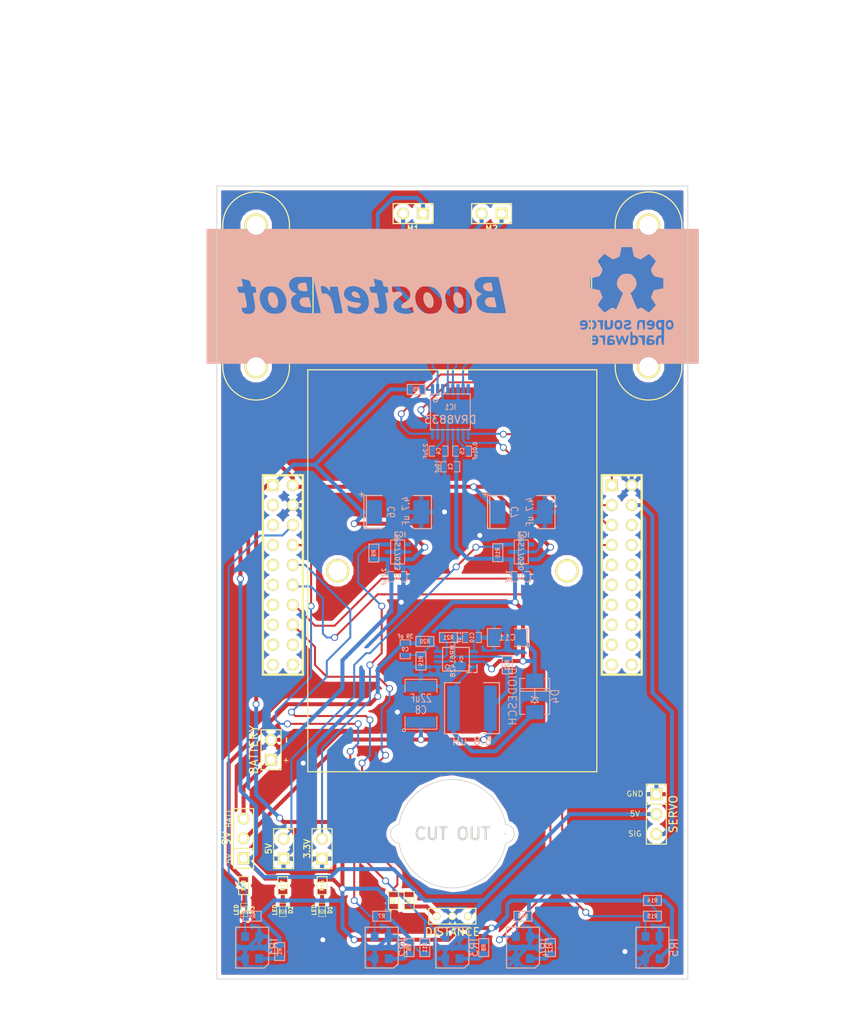
<source format=kicad_pcb>
(kicad_pcb (version 3) (host pcbnew "(2013-07-07 BZR 4022)-stable")
  (layers (15 F.Cu signal) (0 B.Cu signal) (18 B.Paste user) (19 F.Paste user) (20 B.SilkS user) (21 F.SilkS user) (22 B.Mask user) (23 F.Mask user) (28 Edge.Cuts user))
  (net 0 "")
  (net 1 +3.3V)
  (net 2 +5V)
  (net 3 +9V)
  (net 4 +BATT)
  (net 5 /Distance)
  (net 6 /IR1)
  (net 7 /IR2)
  (net 8 /IR3)
  (net 9 /IR4)
  (net 10 /IR5)
  (net 11 /Left_Motor_1)
  (net 12 /Left_Motor_2)
  (net 13 /Right_Motor_1)
  (net 14 /Right_Motor_2)
  (net 15 /Servo)
  (net 16 GND)
  (net 17 N-000001)
  (net 18 N-0000012)
  (net 19 N-0000013)
  (net 20 N-0000016)
  (net 21 N-0000019)
  (net 22 N-000002)
  (net 23 N-0000020)
  (net 24 N-0000021)
  (net 25 N-0000024)
  (net 26 N-0000025)
  (net 27 N-0000026)
  (net 28 N-0000027)
  (net 29 N-0000028)
  (net 30 N-000003)
  (net 31 N-0000032)
  (net 32 N-0000034)
  (net 33 N-000004)
  (net 34 N-0000056)
  (net 35 N-0000057)
  (net 36 N-0000058)
  (net 37 N-0000059)
  (net 38 N-000006)
  (net 39 N-000008)
  (module 3xAAA (layer F.Cu) (at 200 109 180)
    (fp_text reference BATTERY hide)
    (fp_text value P*** hide)
    (pad 1 thru_hole circle (at -14.605 0 180) (size 3 3) (drill 2.39) (layers *.Cu *.Mask F.SilkS))
    (pad 2 thru_hole circle (at 14.605 0 180) (size 3 3) (drill 2.39) (layers *.Cu *.Mask F.SilkS))
  )
  (module 1pin (layer F.Cu) (at 175 83 90)
    (fp_text reference GEARMOTOR hide)
    (fp_text value P*** hide)
    (pad 1 thru_hole circle (at 0 0 90) (size 3 3) (drill 2.39) (layers *.Cu *.Mask F.SilkS))
    (pad 2 thru_hole circle (at 18 0 90) (size 3 3) (drill 2.39) (layers *.Cu *.Mask F.SilkS))
  )
  (module 1pin (layer F.Cu) (at 225 65 270)
    (fp_text reference GEARMOTOR hide)
    (fp_text value P*** hide)
    (pad 1 thru_hole circle (at 0 0 270) (size 3 3) (drill 2.39) (layers *.Cu *.Mask F.SilkS))
    (pad 2 thru_hole circle (at 18 0 270) (size 3 3) (drill 2.39) (layers *.Cu *.Mask F.SilkS))
  )
  (module tssop-16 (layer B.Cu) (at 199.75 88.75)
    (fp_text reference IC1 (at 0 -0.59944) (layer B.SilkS) (effects (font (size 0.70104 0.59944) (thickness 0.11938)) (justify mirror)))
    (fp_text value DRV8833 (at 0 1.00076) (layer B.SilkS) (effects (font (size 1.00076 1.00076) (thickness 0.14986)) (justify mirror)))
    (pad 4 smd rect (at -0.32512 -2.79908) (size 0.4191 1.47066) (layers B.Cu B.Paste B.Mask) (net 36 N-0000058))
    (pad 5 smd rect (at 0.32512 -2.79908) (size 0.4191 1.47066) (layers B.Cu B.Paste B.Mask) (net 35 N-0000057))
    (pad 6 smd rect (at 0.97536 -2.79908) (size 0.4191 1.47066) (layers B.Cu B.Paste B.Mask) (net 16 GND))
    (pad 7 smd rect (at 1.6256 -2.79908) (size 0.4191 1.47066) (layers B.Cu B.Paste B.Mask) (net 34 N-0000056))
    (pad 16 smd rect (at -2.26568 2.794) (size 0.4191 1.47066) (layers B.Cu B.Paste B.Mask) (net 11 /Left_Motor_1))
    (pad 1 smd rect (at -2.27584 -2.79908) (size 0.4191 1.47066) (layers B.Cu B.Paste B.Mask) (net 24 N-0000021))
    (pad 2 smd rect (at -1.6256 -2.79908) (size 0.4191 1.47066) (layers B.Cu B.Paste B.Mask) (net 37 N-0000059))
    (pad 3 smd rect (at -0.97536 -2.79908) (size 0.4191 1.47066) (layers B.Cu B.Paste B.Mask) (net 16 GND))
    (pad 9 smd rect (at 2.27584 2.79908) (size 0.4191 1.47066) (layers B.Cu B.Paste B.Mask) (net 13 /Right_Motor_1))
    (pad 10 smd rect (at 1.6256 2.79908) (size 0.4191 1.47066) (layers B.Cu B.Paste B.Mask) (net 14 /Right_Motor_2))
    (pad 11 smd rect (at 0.97536 2.79908) (size 0.4191 1.47066) (layers B.Cu B.Paste B.Mask) (net 19 N-0000013))
    (pad 12 smd rect (at 0.32512 2.79908) (size 0.4191 1.47066) (layers B.Cu B.Paste B.Mask) (net 3 +9V))
    (pad 13 smd rect (at -0.32512 2.79908) (size 0.4191 1.47066) (layers B.Cu B.Paste B.Mask) (net 16 GND))
    (pad 14 smd rect (at -0.97536 2.79908) (size 0.4191 1.47066) (layers B.Cu B.Paste B.Mask) (net 18 N-0000012))
    (pad 8 smd rect (at 2.27584 -2.79908) (size 0.4191 1.47066) (layers B.Cu B.Paste B.Mask))
    (pad 15 smd rect (at -1.6256 2.794) (size 0.4191 1.47066) (layers B.Cu B.Paste B.Mask) (net 12 /Left_Motor_2))
  )
  (module SM2512 (layer B.Cu) (at 193.04 101.52)
    (fp_text reference C6 (at -0.8001 0 270) (layer B.SilkS) (effects (font (size 0.889 0.762) (thickness 0.127)) (justify mirror)))
    (fp_text value "4.7 uF" (at 1.06 -0.12 90) (layer B.SilkS) (effects (font (size 0.889 0.762) (thickness 0.127)) (justify mirror)))
    (fp_text user + (at -4.59994 -2.30124) (layer B.SilkS) (effects (font (size 0.7 0.7)) (justify mirror)))
    (pad 1 smd rect (at -2.99974 0) (size 1.99898 2.99974) (layers B.Cu B.Paste B.Mask) (net 1 +3.3V))
    (pad 2 smd rect (at 2.99974 0) (size 1.99898 2.99974) (layers B.Cu B.Paste B.Mask) (net 16 GND))
  )
  (module SM2512 (layer B.Cu) (at 208.78 101.52)
    (fp_text reference C7 (at -0.8001 0 270) (layer B.SilkS) (effects (font (size 0.889 0.762) (thickness 0.127)) (justify mirror)))
    (fp_text value "4.7 uF" (at 1.12 -0.02 90) (layer B.SilkS) (effects (font (size 0.889 0.762) (thickness 0.127)) (justify mirror)))
    (fp_text user + (at -4.59994 -2.30124) (layer B.SilkS) (effects (font (size 0.7 0.7)) (justify mirror)))
    (pad 1 smd rect (at -2.99974 0) (size 1.99898 2.99974) (layers B.Cu B.Paste B.Mask) (net 2 +5V))
    (pad 2 smd rect (at 2.99974 0) (size 1.99898 2.99974) (layers B.Cu B.Paste B.Mask) (net 16 GND))
  )
  (module SM1812 (layer B.Cu) (at 196 126 90)
    (fp_text reference C8 (at -0.74676 0 360) (layer B.SilkS) (effects (font (size 1.016 0.762) (thickness 0.127)) (justify mirror)))
    (fp_text value 22uF (at 0.762 0 360) (layer B.SilkS) (effects (font (size 1.016 0.762) (thickness 0.127)) (justify mirror)))
    (pad 1 smd rect (at -2.286 0 90) (size 1.397 3.81) (layers B.Cu B.Paste B.Mask) (net 26 N-0000025))
    (pad 2 smd rect (at 2.286 0 90) (size 1.397 3.81) (layers B.Cu B.Paste B.Mask) (net 16 GND))
  )
  (module SM1206POL (layer B.Cu) (at 207 117.5 180)
    (fp_text reference C11 (at 0 0 180) (layer B.SilkS) (effects (font (size 0.762 0.762) (thickness 0.127)) (justify mirror)))
    (fp_text value 68uF hide)
    (pad 1 smd rect (at -1.651 0 180) (size 1.524 2.032) (layers B.Cu B.Paste B.Mask) (net 3 +9V))
    (pad 2 smd rect (at 1.651 0 180) (size 1.524 2.032) (layers B.Cu B.Paste B.Mask) (net 16 GND))
  )
  (module SM0603_Capa (layer B.Cu) (at 202.5 117.5)
    (fp_text reference C10 (at 0 0 270) (layer B.SilkS) (effects (font (size 0.508 0.4572) (thickness 0.1143)) (justify mirror)))
    (fp_text value "1 uF" (at -1.651 0 270) (layer B.SilkS) (effects (font (size 0.508 0.4572) (thickness 0.1143)) (justify mirror)))
    (pad 1 smd rect (at -0.762 0) (size 0.635 1.143) (layers B.Cu B.Paste B.Mask) (net 30 N-000003))
    (pad 2 smd rect (at 0.762 0) (size 0.635 1.143) (layers B.Cu B.Paste B.Mask) (net 16 GND))
  )
  (module SM0603_Capa (layer B.Cu) (at 193 109.75)
    (fp_text reference C2 (at 0 0 270) (layer B.SilkS) (effects (font (size 0.508 0.4572) (thickness 0.1143)) (justify mirror)))
    (fp_text value "2.2 uF" (at -1.7 0.05 90) (layer B.SilkS) (effects (font (size 0.508 0.4572) (thickness 0.1143)) (justify mirror)))
    (pad 1 smd rect (at -0.762 0) (size 0.635 1.143) (layers B.Cu B.Paste B.Mask) (net 4 +BATT))
    (pad 2 smd rect (at 0.762 0) (size 0.635 1.143) (layers B.Cu B.Paste B.Mask) (net 16 GND))
  )
  (module SM0603_Capa (layer B.Cu) (at 199.75 95.75)
    (fp_text reference C1 (at 0 0 270) (layer B.SilkS) (effects (font (size 0.508 0.4572) (thickness 0.1143)) (justify mirror)))
    (fp_text value 10uF (at -1.651 0 270) (layer B.SilkS) (effects (font (size 0.508 0.4572) (thickness 0.1143)) (justify mirror)))
    (pad 1 smd rect (at -0.762 0) (size 0.635 1.143) (layers B.Cu B.Paste B.Mask) (net 16 GND))
    (pad 2 smd rect (at 0.762 0) (size 0.635 1.143) (layers B.Cu B.Paste B.Mask) (net 3 +9V))
  )
  (module SM0603_Capa (layer B.Cu) (at 198.25 93.75)
    (fp_text reference C4 (at 0 0 270) (layer B.SilkS) (effects (font (size 0.508 0.4572) (thickness 0.1143)) (justify mirror)))
    (fp_text value 2.2uF (at -1.651 0 90) (layer B.SilkS) (effects (font (size 0.508 0.4572) (thickness 0.1143)) (justify mirror)))
    (pad 1 smd rect (at -0.762 0) (size 0.635 1.143) (layers B.Cu B.Paste B.Mask) (net 18 N-0000012))
    (pad 2 smd rect (at 0.762 0) (size 0.635 1.143) (layers B.Cu B.Paste B.Mask) (net 16 GND))
  )
  (module SM0603_Capa (layer B.Cu) (at 201.25 93.75 180)
    (fp_text reference C5 (at 0 0 450) (layer B.SilkS) (effects (font (size 0.508 0.4572) (thickness 0.1143)) (justify mirror)))
    (fp_text value 0.01uF (at -1.651 0 270) (layer B.SilkS) (effects (font (size 0.508 0.4572) (thickness 0.1143)) (justify mirror)))
    (pad 1 smd rect (at -0.762 0 180) (size 0.635 1.143) (layers B.Cu B.Paste B.Mask) (net 19 N-0000013))
    (pad 2 smd rect (at 0.762 0 180) (size 0.635 1.143) (layers B.Cu B.Paste B.Mask) (net 3 +9V))
  )
  (module SM0603_Capa (layer B.Cu) (at 208.75 109.75)
    (fp_text reference C3 (at 0 0 270) (layer B.SilkS) (effects (font (size 0.508 0.4572) (thickness 0.1143)) (justify mirror)))
    (fp_text value "1 uF" (at -1.651 0 270) (layer B.SilkS) (effects (font (size 0.508 0.4572) (thickness 0.1143)) (justify mirror)))
    (pad 1 smd rect (at -0.762 0) (size 0.635 1.143) (layers B.Cu B.Paste B.Mask) (net 3 +9V))
    (pad 2 smd rect (at 0.762 0) (size 0.635 1.143) (layers B.Cu B.Paste B.Mask) (net 16 GND))
  )
  (module SM0603_Capa (layer B.Cu) (at 194 119 270)
    (fp_text reference C9 (at 0 0 540) (layer B.SilkS) (effects (font (size 0.508 0.4572) (thickness 0.1143)) (justify mirror)))
    (fp_text value "39 pF" (at -1.651 0 540) (layer B.SilkS) (effects (font (size 0.508 0.4572) (thickness 0.1143)) (justify mirror)))
    (pad 1 smd rect (at -0.762 0 270) (size 0.635 1.143) (layers B.Cu B.Paste B.Mask) (net 3 +9V))
    (pad 2 smd rect (at 0.762 0 270) (size 0.635 1.143) (layers B.Cu B.Paste B.Mask) (net 17 N-000001))
  )
  (module SM0603 (layer B.Cu) (at 204 157 270)
    (fp_text reference R8 (at 0 0 270) (layer B.SilkS) (effects (font (size 0.508 0.4572) (thickness 0.1143)) (justify mirror)))
    (fp_text value 100 hide)
    (pad 1 smd rect (at -0.762 0 270) (size 0.635 1.143) (layers B.Cu B.Paste B.Mask) (net 1 +3.3V))
    (pad 2 smd rect (at 0.762 0 270) (size 0.635 1.143) (layers B.Cu B.Paste B.Mask) (net 38 N-000006))
  )
  (module SM0603 (layer B.Cu) (at 191 153 180)
    (fp_text reference R7 (at 0 0 180) (layer B.SilkS) (effects (font (size 0.508 0.4572) (thickness 0.1143)) (justify mirror)))
    (fp_text value 10k hide)
    (pad 1 smd rect (at -0.762 0 180) (size 0.635 1.143) (layers B.Cu B.Paste B.Mask) (net 1 +3.3V))
    (pad 2 smd rect (at 0.762 0 180) (size 0.635 1.143) (layers B.Cu B.Paste B.Mask) (net 7 /IR2))
  )
  (module SM0603 (layer B.Cu) (at 196.5 157 90)
    (fp_text reference R11 (at 0 0 90) (layer B.SilkS) (effects (font (size 0.508 0.4572) (thickness 0.1143)) (justify mirror)))
    (fp_text value 10k hide)
    (pad 1 smd rect (at -0.762 0 90) (size 0.635 1.143) (layers B.Cu B.Paste B.Mask) (net 1 +3.3V))
    (pad 2 smd rect (at 0.762 0 90) (size 0.635 1.143) (layers B.Cu B.Paste B.Mask) (net 8 /IR3))
  )
  (module SM0603 (layer B.Cu) (at 212.5 157 270)
    (fp_text reference R12 (at 0 0 270) (layer B.SilkS) (effects (font (size 0.508 0.4572) (thickness 0.1143)) (justify mirror)))
    (fp_text value 100 hide)
    (pad 1 smd rect (at -0.762 0 270) (size 0.635 1.143) (layers B.Cu B.Paste B.Mask) (net 1 +3.3V))
    (pad 2 smd rect (at 0.762 0 270) (size 0.635 1.143) (layers B.Cu B.Paste B.Mask) (net 33 N-000004))
  )
  (module SM0603 (layer B.Cu) (at 194.5 157 270)
    (fp_text reference R6 (at 0 0 270) (layer B.SilkS) (effects (font (size 0.508 0.4572) (thickness 0.1143)) (justify mirror)))
    (fp_text value 100 hide)
    (pad 1 smd rect (at -0.762 0 270) (size 0.635 1.143) (layers B.Cu B.Paste B.Mask) (net 1 +3.3V))
    (pad 2 smd rect (at 0.762 0 270) (size 0.635 1.143) (layers B.Cu B.Paste B.Mask) (net 39 N-000008))
  )
  (module SM0603 (layer F.Cu) (at 173.4 149.1 90)
    (fp_text reference R18 (at 0 0 90) (layer F.SilkS) (effects (font (size 0.508 0.4572) (thickness 0.1143))))
    (fp_text value 453 hide)
    (pad 1 smd rect (at -0.762 0 90) (size 0.635 1.143) (layers F.Cu F.Paste F.Mask) (net 29 N-0000028))
    (pad 2 smd rect (at 0.762 0 90) (size 0.635 1.143) (layers F.Cu F.Paste F.Mask) (net 3 +9V))
  )
  (module SM0603 (layer B.Cu) (at 209 153 180)
    (fp_text reference R13 (at 0 0 180) (layer B.SilkS) (effects (font (size 0.508 0.4572) (thickness 0.1143)) (justify mirror)))
    (fp_text value 10k hide)
    (pad 1 smd rect (at -0.762 0 180) (size 0.635 1.143) (layers B.Cu B.Paste B.Mask) (net 1 +3.3V))
    (pad 2 smd rect (at 0.762 0 180) (size 0.635 1.143) (layers B.Cu B.Paste B.Mask) (net 9 /IR4))
  )
  (module SM0603 (layer B.Cu) (at 225.5 151)
    (fp_text reference R14 (at 0 0) (layer B.SilkS) (effects (font (size 0.508 0.4572) (thickness 0.1143)) (justify mirror)))
    (fp_text value 100 hide)
    (pad 1 smd rect (at -0.762 0) (size 0.635 1.143) (layers B.Cu B.Paste B.Mask) (net 1 +3.3V))
    (pad 2 smd rect (at 0.762 0) (size 0.635 1.143) (layers B.Cu B.Paste B.Mask) (net 31 N-0000032))
  )
  (module SM0603 (layer B.Cu) (at 225.5 153 180)
    (fp_text reference R15 (at 0 0 180) (layer B.SilkS) (effects (font (size 0.508 0.4572) (thickness 0.1143)) (justify mirror)))
    (fp_text value 10k hide)
    (pad 1 smd rect (at -0.762 0 180) (size 0.635 1.143) (layers B.Cu B.Paste B.Mask) (net 1 +3.3V))
    (pad 2 smd rect (at 0.762 0 180) (size 0.635 1.143) (layers B.Cu B.Paste B.Mask) (net 10 /IR5))
  )
  (module SM0603 (layer B.Cu) (at 190 106.75 270)
    (fp_text reference R9 (at 0 0 270) (layer B.SilkS) (effects (font (size 0.508 0.4572) (thickness 0.1143)) (justify mirror)))
    (fp_text value 22k hide)
    (pad 1 smd rect (at -0.762 0 270) (size 0.635 1.143) (layers B.Cu B.Paste B.Mask) (net 32 N-0000034))
    (pad 2 smd rect (at 0.762 0 270) (size 0.635 1.143) (layers B.Cu B.Paste B.Mask) (net 4 +BATT))
  )
  (module SM0603 (layer B.Cu) (at 205.8 106.7 270)
    (fp_text reference R10 (at 0 0 270) (layer B.SilkS) (effects (font (size 0.508 0.4572) (thickness 0.1143)) (justify mirror)))
    (fp_text value 22k hide)
    (pad 1 smd rect (at -0.762 0 270) (size 0.635 1.143) (layers B.Cu B.Paste B.Mask) (net 28 N-0000027))
    (pad 2 smd rect (at 0.762 0 270) (size 0.635 1.143) (layers B.Cu B.Paste B.Mask) (net 3 +9V))
  )
  (module SM0603 (layer B.Cu) (at 207 121 90)
    (fp_text reference R22 (at 0 0 90) (layer B.SilkS) (effects (font (size 0.508 0.4572) (thickness 0.1143)) (justify mirror)))
    (fp_text value 49.9 hide)
    (pad 1 smd rect (at -0.762 0 90) (size 0.635 1.143) (layers B.Cu B.Paste B.Mask) (net 26 N-0000025))
    (pad 2 smd rect (at 0.762 0 90) (size 0.635 1.143) (layers B.Cu B.Paste B.Mask) (net 30 N-000003))
  )
  (module SM0603 (layer F.Cu) (at 183.4 149.1 90)
    (fp_text reference R16 (at 0 0 90) (layer F.SilkS) (effects (font (size 0.508 0.4572) (thickness 0.1143))))
    (fp_text value 165 hide)
    (pad 1 smd rect (at -0.762 0 90) (size 0.635 1.143) (layers F.Cu F.Paste F.Mask) (net 25 N-0000024))
    (pad 2 smd rect (at 0.762 0 90) (size 0.635 1.143) (layers F.Cu F.Paste F.Mask) (net 1 +3.3V))
  )
  (module SM0603 (layer F.Cu) (at 178.4 149.1 90)
    (fp_text reference R17 (at 0 0 90) (layer F.SilkS) (effects (font (size 0.508 0.4572) (thickness 0.1143))))
    (fp_text value 261 hide)
    (pad 1 smd rect (at -0.762 0 90) (size 0.635 1.143) (layers F.Cu F.Paste F.Mask) (net 27 N-0000026))
    (pad 2 smd rect (at 0.762 0 90) (size 0.635 1.143) (layers F.Cu F.Paste F.Mask) (net 2 +5V))
  )
  (module SM0603 (layer B.Cu) (at 196.5 118)
    (fp_text reference R20 (at 0 0) (layer B.SilkS) (effects (font (size 0.508 0.4572) (thickness 0.1143)) (justify mirror)))
    (fp_text value 150k hide)
    (pad 1 smd rect (at -0.762 0) (size 0.635 1.143) (layers B.Cu B.Paste B.Mask) (net 3 +9V))
    (pad 2 smd rect (at 0.762 0) (size 0.635 1.143) (layers B.Cu B.Paste B.Mask) (net 17 N-000001))
  )
  (module SM0603 (layer F.Cu) (at 194.5 151 90)
    (fp_text reference R2 (at 0 0 90) (layer F.SilkS) (effects (font (size 0.508 0.4572) (thickness 0.1143))))
    (fp_text value 22k hide)
    (pad 1 smd rect (at -0.762 0 90) (size 0.635 1.143) (layers F.Cu F.Paste F.Mask) (net 21 N-0000019))
    (pad 2 smd rect (at 0.762 0 90) (size 0.635 1.143) (layers F.Cu F.Paste F.Mask) (net 5 /Distance))
  )
  (module SM0603 (layer F.Cu) (at 192.5 151 270)
    (fp_text reference R3 (at 0 0 270) (layer F.SilkS) (effects (font (size 0.508 0.4572) (thickness 0.1143))))
    (fp_text value 43k hide)
    (pad 1 smd rect (at -0.762 0 270) (size 0.635 1.143) (layers F.Cu F.Paste F.Mask) (net 5 /Distance))
    (pad 2 smd rect (at 0.762 0 270) (size 0.635 1.143) (layers F.Cu F.Paste F.Mask) (net 16 GND))
  )
  (module SM0603 (layer B.Cu) (at 199.5 117.5 180)
    (fp_text reference R21 (at 0 0 180) (layer B.SilkS) (effects (font (size 0.508 0.4572) (thickness 0.1143)) (justify mirror)))
    (fp_text value 200k hide)
    (pad 1 smd rect (at -0.762 0 180) (size 0.635 1.143) (layers B.Cu B.Paste B.Mask) (net 30 N-000003))
    (pad 2 smd rect (at 0.762 0 180) (size 0.635 1.143) (layers B.Cu B.Paste B.Mask) (net 22 N-000002))
  )
  (module SM0603 (layer B.Cu) (at 196 120.5 90)
    (fp_text reference R19 (at 0 0 90) (layer B.SilkS) (effects (font (size 0.508 0.4572) (thickness 0.1143)) (justify mirror)))
    (fp_text value 23.2k hide)
    (pad 1 smd rect (at -0.762 0 90) (size 0.635 1.143) (layers B.Cu B.Paste B.Mask) (net 16 GND))
    (pad 2 smd rect (at 0.762 0 90) (size 0.635 1.143) (layers B.Cu B.Paste B.Mask) (net 17 N-000001))
  )
  (module SM0603 (layer B.Cu) (at 178 157.5 270)
    (fp_text reference R1 (at 0 0 270) (layer B.SilkS) (effects (font (size 0.508 0.4572) (thickness 0.1143)) (justify mirror)))
    (fp_text value 100 hide)
    (pad 1 smd rect (at -0.762 0 270) (size 0.635 1.143) (layers B.Cu B.Paste B.Mask) (net 1 +3.3V))
    (pad 2 smd rect (at 0.762 0 270) (size 0.635 1.143) (layers B.Cu B.Paste B.Mask) (net 20 N-0000016))
  )
  (module SM0603 (layer B.Cu) (at 174.5 153 180)
    (fp_text reference R4 (at 0 0 180) (layer B.SilkS) (effects (font (size 0.508 0.4572) (thickness 0.1143)) (justify mirror)))
    (fp_text value 10k hide)
    (pad 1 smd rect (at -0.762 0 180) (size 0.635 1.143) (layers B.Cu B.Paste B.Mask) (net 1 +3.3V))
    (pad 2 smd rect (at 0.762 0 180) (size 0.635 1.143) (layers B.Cu B.Paste B.Mask) (net 6 /IR1))
  )
  (module SM0603 (layer B.Cu) (at 195.4 85.9)
    (fp_text reference R5 (at 0 0) (layer B.SilkS) (effects (font (size 0.508 0.4572) (thickness 0.1143)) (justify mirror)))
    (fp_text value 22k hide)
    (pad 1 smd rect (at -0.762 0) (size 0.635 1.143) (layers B.Cu B.Paste B.Mask) (net 1 +3.3V))
    (pad 2 smd rect (at 0.762 0) (size 0.635 1.143) (layers B.Cu B.Paste B.Mask) (net 24 N-0000021))
  )
  (module PIN_ARRAY_3X1 (layer F.Cu) (at 173.4 143.1 90)
    (fp_text reference J3 hide)
    (fp_text value 9V (at 0 -2.159 90) (layer F.SilkS) (effects (font (size 1.016 1.016) (thickness 0.1524))))
    (pad 1 thru_hole rect (at -2.54 0 90) (size 1.524 1.524) (drill 1.016) (layers *.Cu *.Mask F.SilkS) (net 2 +5V))
    (pad 2 thru_hole circle (at 0 0 90) (size 1.524 1.524) (drill 1.016) (layers *.Cu *.Mask F.SilkS) (net 26 N-0000025))
    (pad 3 thru_hole circle (at 2.54 0 90) (size 1.524 1.524) (drill 1.016) (layers *.Cu *.Mask F.SilkS) (net 4 +BATT))
  )
  (module PIN_ARRAY_3X1 (layer F.Cu) (at 226 140 270)
    (fp_text reference CONN1 hide)
    (fp_text value SERVO (at 0 -2.159 270) (layer F.SilkS) (effects (font (size 1.016 1.016) (thickness 0.1524))))
    (pad 1 thru_hole rect (at -2.54 0 270) (size 1.524 1.524) (drill 1.016) (layers *.Cu *.Mask F.SilkS) (net 16 GND))
    (pad 2 thru_hole circle (at 0 0 270) (size 1.524 1.524) (drill 1.016) (layers *.Cu *.Mask F.SilkS) (net 2 +5V))
    (pad 3 thru_hole circle (at 2.54 0 270) (size 1.524 1.524) (drill 1.016) (layers *.Cu *.Mask F.SilkS) (net 15 /Servo))
  )
  (module PIN_ARRAY_2X1 (layer F.Cu) (at 178.5 144.4 90)
    (fp_text reference J2 hide)
    (fp_text value 5V (at 0 -1.905 90) (layer F.SilkS) (effects (font (size 0.762 0.762) (thickness 0.1524))))
    (pad 1 thru_hole rect (at -1.27 0 90) (size 1.524 1.524) (drill 1.016) (layers *.Cu *.Mask F.SilkS) (net 16 GND))
    (pad 2 thru_hole circle (at 1.27 0 90) (size 1.524 1.524) (drill 1.016) (layers *.Cu *.Mask F.SilkS) (net 28 N-0000027))
  )
  (module PIN_ARRAY_2X1 (layer F.Cu) (at 195 63.5 180)
    (fp_text reference M1 (at 0 -1.905 180) (layer F.SilkS) (effects (font (size 0.762 0.762) (thickness 0.1524))))
    (fp_text value MOTOR hide)
    (pad 1 thru_hole rect (at -1.27 0 180) (size 1.524 1.524) (drill 1.016) (layers *.Cu *.Mask F.SilkS) (net 37 N-0000059))
    (pad 2 thru_hole circle (at 1.27 0 180) (size 1.524 1.524) (drill 1.016) (layers *.Cu *.Mask F.SilkS) (net 36 N-0000058))
  )
  (module PIN_ARRAY_2X1 (layer F.Cu) (at 205 63.5 180)
    (fp_text reference M2 (at 0 -1.905 180) (layer F.SilkS) (effects (font (size 0.762 0.762) (thickness 0.1524))))
    (fp_text value MOTOR hide)
    (pad 1 thru_hole rect (at -1.27 0 180) (size 1.524 1.524) (drill 1.016) (layers *.Cu *.Mask F.SilkS) (net 34 N-0000056))
    (pad 2 thru_hole circle (at 1.27 0 180) (size 1.524 1.524) (drill 1.016) (layers *.Cu *.Mask F.SilkS) (net 35 N-0000057))
  )
  (module PIN_ARRAY_2X1 (layer F.Cu) (at 176.9 131.8 90)
    (fp_text reference CONN2 hide)
    (fp_text value BATTERY (at 0 -2.2 90) (layer F.SilkS) (effects (font (size 1.016 1.016) (thickness 0.1524))))
    (pad 1 thru_hole rect (at -1.27 0 90) (size 1.524 1.524) (drill 1.016) (layers *.Cu *.Mask F.SilkS) (net 4 +BATT))
    (pad 2 thru_hole circle (at 1.27 0 90) (size 1.524 1.524) (drill 1.016) (layers *.Cu *.Mask F.SilkS) (net 16 GND))
  )
  (module PIN_ARRAY_2X1 (layer F.Cu) (at 183.4 144.4 90)
    (fp_text reference J1 hide)
    (fp_text value 3.3V (at 0 -1.905 90) (layer F.SilkS) (effects (font (size 0.762 0.762) (thickness 0.1524))))
    (pad 1 thru_hole rect (at -1.27 0 90) (size 1.524 1.524) (drill 1.016) (layers *.Cu *.Mask F.SilkS) (net 16 GND))
    (pad 2 thru_hole circle (at 1.27 0 90) (size 1.524 1.524) (drill 1.016) (layers *.Cu *.Mask F.SilkS) (net 32 N-0000034))
  )
  (module PIN_ARRAY_10x2 (layer F.Cu) (at 221.59 109.53 270)
    (fp_text reference CONN5 hide)
    (fp_text value BOOSTERPACK_RIGHT hide)
    (pad 1 thru_hole rect (at -11.43 1.27 270) (size 1.524 1.524) (drill 1.016) (layers *.Cu *.Mask F.SilkS) (net 11 /Left_Motor_1))
    (pad 2 thru_hole circle (at -11.43 -1.27 270) (size 1.524 1.524) (drill 1.016) (layers *.Cu *.Mask F.SilkS) (net 16 GND))
    (pad 3 thru_hole circle (at -8.89 1.27 270) (size 1.524 1.524) (drill 1.016) (layers *.Cu *.Mask F.SilkS) (net 12 /Left_Motor_2))
    (pad 4 thru_hole circle (at -8.89 -1.27 270) (size 1.524 1.524) (drill 1.016) (layers *.Cu *.Mask F.SilkS) (net 15 /Servo))
    (pad 5 thru_hole circle (at -6.35 1.27 270) (size 1.524 1.524) (drill 1.016) (layers *.Cu *.Mask F.SilkS) (net 13 /Right_Motor_1))
    (pad 6 thru_hole circle (at -6.35 -1.27 270) (size 1.524 1.524) (drill 1.016) (layers *.Cu *.Mask F.SilkS))
    (pad 7 thru_hole circle (at -3.81 1.27 270) (size 1.524 1.524) (drill 1.016) (layers *.Cu *.Mask F.SilkS) (net 14 /Right_Motor_2))
    (pad 8 thru_hole circle (at -3.81 -1.27 270) (size 1.524 1.524) (drill 1.016) (layers *.Cu *.Mask F.SilkS))
    (pad 9 thru_hole circle (at -1.27 1.27 270) (size 1.524 1.524) (drill 1.016) (layers *.Cu *.Mask F.SilkS))
    (pad 10 thru_hole circle (at -1.27 -1.27 270) (size 1.524 1.524) (drill 1.016) (layers *.Cu *.Mask F.SilkS))
    (pad 11 thru_hole circle (at 1.27 1.27 270) (size 1.524 1.524) (drill 1.016) (layers *.Cu *.Mask F.SilkS))
    (pad 12 thru_hole circle (at 1.27 -1.27 270) (size 1.524 1.524) (drill 1.016) (layers *.Cu *.Mask F.SilkS))
    (pad 13 thru_hole circle (at 3.81 1.27 270) (size 1.524 1.524) (drill 1.016) (layers *.Cu *.Mask F.SilkS))
    (pad 14 thru_hole circle (at 3.81 -1.27 270) (size 1.524 1.524) (drill 1.016) (layers *.Cu *.Mask F.SilkS))
    (pad 15 thru_hole circle (at 6.35 1.27 270) (size 1.524 1.524) (drill 1.016) (layers *.Cu *.Mask F.SilkS))
    (pad 16 thru_hole circle (at 6.35 -1.27 270) (size 1.524 1.524) (drill 1.016) (layers *.Cu *.Mask F.SilkS))
    (pad 17 thru_hole circle (at 8.89 1.27 270) (size 1.524 1.524) (drill 1.016) (layers *.Cu *.Mask F.SilkS))
    (pad 18 thru_hole circle (at 8.89 -1.27 270) (size 1.524 1.524) (drill 1.016) (layers *.Cu *.Mask F.SilkS))
    (pad 19 thru_hole circle (at 11.43 1.27 270) (size 1.524 1.524) (drill 1.016) (layers *.Cu *.Mask F.SilkS))
    (pad 20 thru_hole circle (at 11.43 -1.27 270) (size 1.524 1.524) (drill 1.016) (layers *.Cu *.Mask F.SilkS))
  )
  (module PIN_ARRAY_10x2 (layer F.Cu) (at 178.41 109.53 270)
    (fp_text reference CONN4 hide)
    (fp_text value BOOSTERPACK_LEFT hide)
    (pad 1 thru_hole rect (at -11.43 1.27 270) (size 1.524 1.524) (drill 1.016) (layers *.Cu *.Mask F.SilkS) (net 1 +3.3V))
    (pad 2 thru_hole circle (at -11.43 -1.27 270) (size 1.524 1.524) (drill 1.016) (layers *.Cu *.Mask F.SilkS) (net 2 +5V))
    (pad 3 thru_hole circle (at -8.89 1.27 270) (size 1.524 1.524) (drill 1.016) (layers *.Cu *.Mask F.SilkS))
    (pad 4 thru_hole circle (at -8.89 -1.27 270) (size 1.524 1.524) (drill 1.016) (layers *.Cu *.Mask F.SilkS) (net 16 GND))
    (pad 5 thru_hole circle (at -6.35 1.27 270) (size 1.524 1.524) (drill 1.016) (layers *.Cu *.Mask F.SilkS))
    (pad 6 thru_hole circle (at -6.35 -1.27 270) (size 1.524 1.524) (drill 1.016) (layers *.Cu *.Mask F.SilkS) (net 6 /IR1))
    (pad 7 thru_hole circle (at -3.81 1.27 270) (size 1.524 1.524) (drill 1.016) (layers *.Cu *.Mask F.SilkS))
    (pad 8 thru_hole circle (at -3.81 -1.27 270) (size 1.524 1.524) (drill 1.016) (layers *.Cu *.Mask F.SilkS) (net 7 /IR2))
    (pad 9 thru_hole circle (at -1.27 1.27 270) (size 1.524 1.524) (drill 1.016) (layers *.Cu *.Mask F.SilkS))
    (pad 10 thru_hole circle (at -1.27 -1.27 270) (size 1.524 1.524) (drill 1.016) (layers *.Cu *.Mask F.SilkS) (net 8 /IR3))
    (pad 11 thru_hole circle (at 1.27 1.27 270) (size 1.524 1.524) (drill 1.016) (layers *.Cu *.Mask F.SilkS))
    (pad 12 thru_hole circle (at 1.27 -1.27 270) (size 1.524 1.524) (drill 1.016) (layers *.Cu *.Mask F.SilkS) (net 9 /IR4))
    (pad 13 thru_hole circle (at 3.81 1.27 270) (size 1.524 1.524) (drill 1.016) (layers *.Cu *.Mask F.SilkS))
    (pad 14 thru_hole circle (at 3.81 -1.27 270) (size 1.524 1.524) (drill 1.016) (layers *.Cu *.Mask F.SilkS) (net 10 /IR5))
    (pad 15 thru_hole circle (at 6.35 1.27 270) (size 1.524 1.524) (drill 1.016) (layers *.Cu *.Mask F.SilkS))
    (pad 16 thru_hole circle (at 6.35 -1.27 270) (size 1.524 1.524) (drill 1.016) (layers *.Cu *.Mask F.SilkS) (net 5 /Distance))
    (pad 17 thru_hole circle (at 8.89 1.27 270) (size 1.524 1.524) (drill 1.016) (layers *.Cu *.Mask F.SilkS))
    (pad 18 thru_hole circle (at 8.89 -1.27 270) (size 1.524 1.524) (drill 1.016) (layers *.Cu *.Mask F.SilkS))
    (pad 19 thru_hole circle (at 11.43 1.27 270) (size 1.524 1.524) (drill 1.016) (layers *.Cu *.Mask F.SilkS))
    (pad 20 thru_hole circle (at 11.43 -1.27 270) (size 1.524 1.524) (drill 1.016) (layers *.Cu *.Mask F.SilkS))
  )
  (module MSOP-8 (layer B.Cu) (at 200.462 120.258 90)
    (fp_text reference IC4 (at 0 0.70104 90) (layer B.SilkS) (effects (font (size 0.4 0.4) (thickness 0.1)) (justify mirror)))
    (fp_text value LMR61428 (at 0 -0.4 90) (layer B.SilkS) (effects (font (size 0.6 0.6) (thickness 0.12)) (justify mirror)))
    (pad 1 smd rect (at -0.97536 -2.30124 90) (size 0.40894 1.02108) (layers B.Cu B.Paste B.Mask) (net 16 GND))
    (pad 2 smd rect (at -0.32512 -2.30124 90) (size 0.40894 1.02108) (layers B.Cu B.Paste B.Mask) (net 30 N-000003))
    (pad 3 smd rect (at 0.32512 -2.30124 90) (size 0.40894 1.02108) (layers B.Cu B.Paste B.Mask) (net 22 N-000002))
    (pad 4 smd rect (at 0.97536 -2.30124 90) (size 0.40894 1.02108) (layers B.Cu B.Paste B.Mask) (net 17 N-000001))
    (pad 5 smd rect (at 0.97536 2.30124 90) (size 0.40894 1.02108) (layers B.Cu B.Paste B.Mask) (net 16 GND))
    (pad 6 smd rect (at 0.32512 2.30124 90) (size 0.40894 1.02108) (layers B.Cu B.Paste B.Mask) (net 30 N-000003))
    (pad 7 smd rect (at -0.32512 2.30124 90) (size 0.40894 1.02108) (layers B.Cu B.Paste B.Mask) (net 3 +9V))
    (pad 8 smd rect (at -0.97536 2.30124 90) (size 0.40894 1.02108) (layers B.Cu B.Paste B.Mask) (net 23 N-0000020))
  )
  (module LED-0603 (layer F.Cu) (at 183.4 152.2 270)
    (fp_text reference D1 (at 0 -1.016 270) (layer F.SilkS) (effects (font (size 0.508 0.508) (thickness 0.127))))
    (fp_text value LED (at 0 1.016 270) (layer F.SilkS) (effects (font (size 0.508 0.508) (thickness 0.127))))
    (pad 1 smd rect (at -0.7493 0 270) (size 0.79756 0.79756) (layers F.Cu F.Paste F.Mask) (net 25 N-0000024))
    (pad 2 smd rect (at 0.7493 0 270) (size 0.79756 0.79756) (layers F.Cu F.Paste F.Mask) (net 16 GND))
  )
  (module LED-0603 (layer F.Cu) (at 178.4 152.2 270)
    (fp_text reference D2 (at 0 -1.016 270) (layer F.SilkS) (effects (font (size 0.508 0.508) (thickness 0.127))))
    (fp_text value LED (at 0 1.016 270) (layer F.SilkS) (effects (font (size 0.508 0.508) (thickness 0.127))))
    (pad 1 smd rect (at -0.7493 0 270) (size 0.79756 0.79756) (layers F.Cu F.Paste F.Mask) (net 27 N-0000026))
    (pad 2 smd rect (at 0.7493 0 270) (size 0.79756 0.79756) (layers F.Cu F.Paste F.Mask) (net 16 GND))
  )
  (module LED-0603 (layer F.Cu) (at 173.5 152.2 270)
    (fp_text reference D3 (at 0 -1.016 270) (layer F.SilkS) (effects (font (size 0.508 0.508) (thickness 0.127))))
    (fp_text value LED (at 0 1.016 270) (layer F.SilkS) (effects (font (size 0.508 0.508) (thickness 0.127))))
    (pad 1 smd rect (at -0.7493 0 270) (size 0.79756 0.79756) (layers F.Cu F.Paste F.Mask) (net 29 N-0000028))
    (pad 2 smd rect (at 0.7493 0 270) (size 0.79756 0.79756) (layers F.Cu F.Paste F.Mask) (net 16 GND))
  )
  (module HEADER_2mm_1x3 (layer F.Cu) (at 200 155 180)
    (fp_text reference CONN3 hide)
    (fp_text value DISTANCE (at 0 0 180) (layer F.SilkS))
    (pad 1 thru_hole circle (at -2 2 180) (size 1 1) (drill 0.7) (layers *.Cu *.Mask F.SilkS) (net 2 +5V))
    (pad 2 thru_hole circle (at 0 2 180) (size 1 1) (drill 0.7) (layers *.Cu *.Mask F.SilkS) (net 16 GND))
    (pad 3 thru_hole circle (at 2 2 180) (size 1 1) (drill 0.7) (layers *.Cu *.Mask F.SilkS) (net 21 N-0000019))
  )
  (module "DO-214AA(SMB)" (layer B.Cu) (at 210.5 125 90)
    (fp_text reference D4 (at 0 2.60096 90) (layer B.SilkS) (effects (font (size 1.00076 1.00076) (thickness 0.11938)) (justify mirror)))
    (fp_text value DIODESCH (at 0 -2.79908 90) (layer B.SilkS) (effects (font (size 1.00076 1.00076) (thickness 0.11938)) (justify mirror)))
    (pad 1 smd rect (at -2.0066 0 90) (size 1.80086 2.19964) (layers B.Cu B.Paste B.Mask) (net 23 N-0000020))
    (pad 2 smd rect (at 2.0066 0 90) (size 1.80086 2.19964) (layers B.Cu B.Paste B.Mask) (net 3 +9V))
  )
  (module NR6028T100M (layer B.Cu) (at 202.5 126.5 180)
    (fp_text reference L1 (at 0 5 180) (layer B.SilkS) (effects (justify mirror)))
    (fp_text value "6.8 uH" (at 0 -4.2 180) (layer B.SilkS) (effects (justify mirror)))
    (pad 1 smd rect (at -2.35 0 180) (size 1.6 5.7) (layers B.Cu B.Paste B.Mask) (net 26 N-0000025))
    (pad 2 smd rect (at 2.35 0 180) (size 1.6 5.7) (layers B.Cu B.Paste B.Mask) (net 23 N-0000020))
  )
  (module SOT23-5 (layer B.Cu) (at 208.78 106.6 90)
    (fp_text reference IC3 (at 2.19964 0.29972 360) (layer B.SilkS) (effects (font (size 0.635 0.635) (thickness 0.127)) (justify mirror)))
    (fp_text value TPS77050 (at 0 0 90) (layer B.SilkS) (effects (font (size 0.635 0.635) (thickness 0.127)) (justify mirror)))
    (pad 1 smd rect (at -0.9525 -1.27 90) (size 0.508 0.762) (layers B.Cu B.Paste B.Mask) (net 3 +9V))
    (pad 3 smd rect (at 0.9525 -1.27 90) (size 0.508 0.762) (layers B.Cu B.Paste B.Mask) (net 28 N-0000027))
    (pad 5 smd rect (at -0.9525 1.27 90) (size 0.508 0.762) (layers B.Cu B.Paste B.Mask) (net 2 +5V))
    (pad 2 smd rect (at 0 -1.27 90) (size 0.508 0.762) (layers B.Cu B.Paste B.Mask) (net 16 GND))
    (pad 4 smd rect (at 0.9525 1.27 90) (size 0.508 0.762) (layers B.Cu B.Paste B.Mask))
  )
  (module SOT23-5 (layer B.Cu) (at 193.04 106.6 90)
    (fp_text reference IC2 (at 2.19964 0.29972 360) (layer B.SilkS) (effects (font (size 0.635 0.635) (thickness 0.127)) (justify mirror)))
    (fp_text value TPS77033 (at 0 0 90) (layer B.SilkS) (effects (font (size 0.635 0.635) (thickness 0.127)) (justify mirror)))
    (pad 1 smd rect (at -0.9525 -1.27 90) (size 0.508 0.762) (layers B.Cu B.Paste B.Mask) (net 4 +BATT))
    (pad 3 smd rect (at 0.9525 -1.27 90) (size 0.508 0.762) (layers B.Cu B.Paste B.Mask) (net 32 N-0000034))
    (pad 5 smd rect (at -0.9525 1.27 90) (size 0.508 0.762) (layers B.Cu B.Paste B.Mask) (net 1 +3.3V))
    (pad 2 smd rect (at 0 -1.27 90) (size 0.508 0.762) (layers B.Cu B.Paste B.Mask) (net 16 GND))
    (pad 4 smd rect (at 0.9525 1.27 90) (size 0.508 0.762) (layers B.Cu B.Paste B.Mask))
  )
  (module LOGO (layer B.Cu) (at 200 74)
    (fp_text reference G*** hide)
    (fp_text value LOGO hide)
  )
  (module QRE1113GR (layer B.Cu) (at 174.5 157 90)
    (fp_text reference IR1 (at 0 2.75 90) (layer B.SilkS) (effects (justify mirror)))
    (fp_text value QRE1113 hide)
    (pad 1 smd rect (at -1.4 0.9 90) (size 1.1 1) (layers B.Cu B.Paste B.Mask) (net 20 N-0000016))
    (pad 2 smd rect (at -1.4 -0.9 90) (size 1.1 1) (layers B.Cu B.Paste B.Mask) (net 16 GND))
    (pad 3 smd rect (at 1.4 -0.9 90) (size 1.1 1) (layers B.Cu B.Paste B.Mask) (net 6 /IR1))
    (pad 4 smd rect (at 1.4 0.9 90) (size 1.1 1) (layers B.Cu B.Paste B.Mask) (net 16 GND))
  )
  (module QRE1113GR (layer B.Cu) (at 191 157 90)
    (fp_text reference IR2 (at 0 2.75 90) (layer B.SilkS) (effects (justify mirror)))
    (fp_text value QRE1113 hide)
    (pad 1 smd rect (at -1.4 0.9 90) (size 1.1 1) (layers B.Cu B.Paste B.Mask) (net 39 N-000008))
    (pad 2 smd rect (at -1.4 -0.9 90) (size 1.1 1) (layers B.Cu B.Paste B.Mask) (net 16 GND))
    (pad 3 smd rect (at 1.4 -0.9 90) (size 1.1 1) (layers B.Cu B.Paste B.Mask) (net 7 /IR2))
    (pad 4 smd rect (at 1.4 0.9 90) (size 1.1 1) (layers B.Cu B.Paste B.Mask) (net 16 GND))
  )
  (module QRE1113GR (layer B.Cu) (at 200 157 90)
    (fp_text reference IR3 (at 0 2.75 90) (layer B.SilkS) (effects (justify mirror)))
    (fp_text value QRE1113 hide)
    (pad 1 smd rect (at -1.4 0.9 90) (size 1.1 1) (layers B.Cu B.Paste B.Mask) (net 38 N-000006))
    (pad 2 smd rect (at -1.4 -0.9 90) (size 1.1 1) (layers B.Cu B.Paste B.Mask) (net 16 GND))
    (pad 3 smd rect (at 1.4 -0.9 90) (size 1.1 1) (layers B.Cu B.Paste B.Mask) (net 8 /IR3))
    (pad 4 smd rect (at 1.4 0.9 90) (size 1.1 1) (layers B.Cu B.Paste B.Mask) (net 16 GND))
  )
  (module QRE1113GR (layer B.Cu) (at 209 157 90)
    (fp_text reference IR4 (at 0 2.75 90) (layer B.SilkS) (effects (justify mirror)))
    (fp_text value QRE1113 hide)
    (pad 1 smd rect (at -1.4 0.9 90) (size 1.1 1) (layers B.Cu B.Paste B.Mask) (net 33 N-000004))
    (pad 2 smd rect (at -1.4 -0.9 90) (size 1.1 1) (layers B.Cu B.Paste B.Mask) (net 16 GND))
    (pad 3 smd rect (at 1.4 -0.9 90) (size 1.1 1) (layers B.Cu B.Paste B.Mask) (net 9 /IR4))
    (pad 4 smd rect (at 1.4 0.9 90) (size 1.1 1) (layers B.Cu B.Paste B.Mask) (net 16 GND))
  )
  (module QRE1113GR (layer B.Cu) (at 225.5 157 90)
    (fp_text reference IR5 (at 0 2.75 90) (layer B.SilkS) (effects (justify mirror)))
    (fp_text value QRE1113 hide)
    (pad 1 smd rect (at -1.4 0.9 90) (size 1.1 1) (layers B.Cu B.Paste B.Mask) (net 31 N-0000032))
    (pad 2 smd rect (at -1.4 -0.9 90) (size 1.1 1) (layers B.Cu B.Paste B.Mask) (net 16 GND))
    (pad 3 smd rect (at 1.4 -0.9 90) (size 1.1 1) (layers B.Cu B.Paste B.Mask) (net 10 /IR5))
    (pad 4 smd rect (at 1.4 0.9 90) (size 1.1 1) (layers B.Cu B.Paste B.Mask) (net 16 GND))
  )
  (gr_text - (at 178.816 130.556 90) (layer F.SilkS) (effects (font (size 0.7 0.7) (thickness 0.175))))
  (gr_text + (at 178.816 133.096) (layer F.SilkS) (effects (font (size 0.7 0.7) (thickness 0.1))))
  (gr_text SIG (at 223.266 142.494) (layer F.SilkS) (effects (font (size 0.7 0.7) (thickness 0.1))))
  (gr_text 5V (at 223.266 139.954) (layer F.SilkS) (effects (font (size 0.7 0.7) (thickness 0.1))))
  (gr_text GND (at 223.266 137.414) (layer F.SilkS) (effects (font (size 0.7 0.7) (thickness 0.1))))
  (gr_text 5V (at 171.525 145.65 90) (layer F.SilkS) (effects (font (size 0.7 0.7) (thickness 0.1))))
  (gr_text BATT (at 171.525 140.55 90) (layer F.SilkS) (effects (font (size 0.7 0.7) (thickness 0.1))))
  (gr_text "CUT OUT" (at 200 142.5) (layer Edge.Cuts) (effects (font (size 1.5 1.5) (thickness 0.3))))
  (gr_arc (start 206.731 142.5) (end 207.9 142.5) (angle 85) (layer Edge.Cuts) (width 0.1))
  (gr_arc (start 206.731 142.5) (end 206.731 142.5) (angle -90) (layer Edge.Cuts) (width 0.1))
  (gr_arc (start 193.3 142.5) (end 192.131 142.5) (angle -85) (layer Edge.Cuts) (width 0.1))
  (gr_arc (start 193.3 142.5) (end 192.131 142.5) (angle 85) (layer Edge.Cuts) (width 0.1))
  (gr_arc (start 200 142.5) (end 200 149.4) (angle -80.3) (layer Edge.Cuts) (width 0.1))
  (gr_arc (start 200 142.5) (end 200 135.6) (angle -80.3) (layer Edge.Cuts) (width 0.1))
  (gr_arc (start 200 142.5) (end 200 149.4) (angle 80.3) (layer Edge.Cuts) (width 0.1))
  (gr_arc (start 206.731 142.5) (end 207.9 142.5) (angle -85) (layer Edge.Cuts) (width 0.1))
  (gr_arc (start 200 142.5) (end 200 135.6) (angle 80.3) (layer Edge.Cuts) (width 0.1))
  (gr_line (start 170 60) (end 230 60) (angle 90) (layer Edge.Cuts) (width 0.1))
  (gr_line (start 230 60) (end 230 161) (angle 90) (layer Edge.Cuts) (width 0.1))
  (gr_line (start 170 161) (end 230 161) (angle 90) (layer Edge.Cuts) (width 0.1))
  (gr_line (start 170 60) (end 170 161) (angle 90) (layer Edge.Cuts) (width 0.1))
  (segment (start 194.31 107.5525) (end 194.9475 107.5525) (width 0.508) (layer B.Cu) (net 1))
  (segment (start 188.5 101.54) (end 188.52 101.52) (width 0.508) (layer B.Cu) (net 1))
  (segment (start 188.5 102) (end 188.5 101.54) (width 0.508) (layer B.Cu) (net 1))
  (segment (start 187.5 103) (end 188.5 102) (width 0.508) (layer B.Cu) (net 1))
  (via (at 187.5 103) (size 0.889) (layers F.Cu B.Cu) (net 1))
  (segment (start 193.5 103) (end 187.5 103) (width 0.508) (layer F.Cu) (net 1))
  (segment (start 196.5 106) (end 193.5 103) (width 0.508) (layer F.Cu) (net 1))
  (via (at 196.5 106) (size 0.889) (layers F.Cu B.Cu) (net 1))
  (segment (start 194.9475 107.5525) (end 196.5 106) (width 0.508) (layer B.Cu) (net 1))
  (segment (start 205 154.5) (end 205.5 154.5) (width 0.508) (layer B.Cu) (net 1))
  (segment (start 208.5 151) (end 210 151) (width 0.508) (layer B.Cu) (net 1))
  (segment (start 207.5 151) (end 208.5 151) (width 0.508) (layer B.Cu) (net 1))
  (segment (start 207 151.5) (end 207.5 151) (width 0.508) (layer B.Cu) (net 1))
  (segment (start 207 153) (end 207 151.5) (width 0.508) (layer B.Cu) (net 1))
  (segment (start 205.5 154.5) (end 207 153) (width 0.508) (layer B.Cu) (net 1))
  (segment (start 196.5 157.762) (end 196.024 157.762) (width 0.254) (layer B.Cu) (net 1))
  (segment (start 196.024 157.762) (end 194.5 156.238) (width 0.254) (layer B.Cu) (net 1))
  (segment (start 209.762 153) (end 209.762 151) (width 0.508) (layer B.Cu) (net 1))
  (segment (start 209.762 151) (end 210 151) (width 0.254) (layer B.Cu) (net 1))
  (segment (start 212.5 151) (end 210 151) (width 0.508) (layer B.Cu) (net 1))
  (segment (start 212.5 151) (end 224.738 151) (width 0.508) (layer B.Cu) (net 1))
  (segment (start 184.5 141) (end 178.5 141) (width 0.508) (layer F.Cu) (net 1))
  (segment (start 176.4 98.1) (end 175 99.5) (width 0.508) (layer F.Cu) (net 1))
  (segment (start 175 99.5) (end 175 126) (width 0.508) (layer F.Cu) (net 1))
  (via (at 175 126) (size 0.889) (layers F.Cu B.Cu) (net 1))
  (segment (start 175 126) (end 175 137) (width 0.508) (layer B.Cu) (net 1))
  (segment (start 184.5 141) (end 186 142.5) (width 0.508) (layer F.Cu) (net 1))
  (segment (start 186 149.5) (end 186 142.5) (width 0.508) (layer F.Cu) (net 1))
  (segment (start 176.4 98.1) (end 177.14 98.1) (width 0.254) (layer F.Cu) (net 1))
  (segment (start 175 137.5) (end 175 137) (width 0.508) (layer B.Cu) (net 1))
  (segment (start 178 140.5) (end 175 137.5) (width 0.508) (layer B.Cu) (net 1))
  (via (at 178 140.5) (size 0.889) (layers F.Cu B.Cu) (net 1))
  (segment (start 178.5 141) (end 178 140.5) (width 0.508) (layer F.Cu) (net 1))
  (segment (start 194.638 85.9) (end 192.1 85.9) (width 0.508) (layer B.Cu) (net 1))
  (segment (start 192.1 85.9) (end 182.5 95.5) (width 0.508) (layer B.Cu) (net 1))
  (segment (start 191.762 153) (end 191.762 150.762) (width 0.508) (layer B.Cu) (net 1))
  (segment (start 191.762 150.762) (end 190.5 149.5) (width 0.508) (layer B.Cu) (net 1))
  (segment (start 190.5 149.5) (end 186 149.5) (width 0.508) (layer B.Cu) (net 1))
  (segment (start 205 154.5) (end 201 154.5) (width 0.508) (layer F.Cu) (net 1))
  (segment (start 186 154.5) (end 186 151) (width 0.508) (layer B.Cu) (net 1))
  (segment (start 187.5 156) (end 186 154.5) (width 0.508) (layer B.Cu) (net 1))
  (via (at 187.5 156) (size 0.889) (layers F.Cu B.Cu) (net 1))
  (segment (start 199.5 156) (end 187.5 156) (width 0.508) (layer F.Cu) (net 1))
  (segment (start 201 154.5) (end 199.5 156) (width 0.508) (layer F.Cu) (net 1))
  (segment (start 212.5 156.238) (end 212.5 155.738) (width 0.508) (layer B.Cu) (net 1))
  (segment (start 212.5 155.738) (end 209.762 153) (width 0.508) (layer B.Cu) (net 1))
  (segment (start 183.4 148.338) (end 184.838 148.338) (width 0.508) (layer F.Cu) (net 1))
  (segment (start 184.838 148.338) (end 186 149.5) (width 0.508) (layer F.Cu) (net 1))
  (via (at 186 149.5) (size 0.889) (layers F.Cu B.Cu) (net 1))
  (segment (start 186 149.5) (end 186 151) (width 0.508) (layer B.Cu) (net 1))
  (segment (start 177.262 151) (end 175.262 153) (width 0.508) (layer B.Cu) (net 1))
  (segment (start 186 151) (end 177.262 151) (width 0.508) (layer B.Cu) (net 1))
  (segment (start 194.5 156.238) (end 194.5 155.738) (width 0.508) (layer B.Cu) (net 1))
  (segment (start 194.5 155.738) (end 191.762 153) (width 0.508) (layer B.Cu) (net 1))
  (segment (start 178 156.738) (end 178 155.738) (width 0.508) (layer B.Cu) (net 1))
  (segment (start 178 155.738) (end 175.262 153) (width 0.508) (layer B.Cu) (net 1))
  (segment (start 190.04026 101.52) (end 188.52 101.52) (width 0.508) (layer B.Cu) (net 1))
  (segment (start 179.74 95.5) (end 177.14 98.1) (width 0.508) (layer B.Cu) (net 1))
  (segment (start 182.5 95.5) (end 179.74 95.5) (width 0.508) (layer B.Cu) (net 1))
  (segment (start 188.52 101.52) (end 182.5 95.5) (width 0.508) (layer B.Cu) (net 1))
  (segment (start 226.262 153) (end 226.262 152.524) (width 0.254) (layer B.Cu) (net 1))
  (segment (start 226.262 152.524) (end 224.738 151) (width 0.254) (layer B.Cu) (net 1))
  (segment (start 204 155.5) (end 204 156.238) (width 0.508) (layer B.Cu) (net 1))
  (via (at 205 154.5) (size 0.889) (layers F.Cu B.Cu) (net 1))
  (segment (start 205 154.5) (end 204 155.5) (width 0.508) (layer B.Cu) (net 1))
  (segment (start 193.5 148) (end 192.5 147) (width 0.508) (layer B.Cu) (net 2))
  (segment (start 173.64 145.64) (end 176 148) (width 0.508) (layer B.Cu) (net 2))
  (segment (start 173.4 145.64) (end 173.64 145.64) (width 0.254) (layer B.Cu) (net 2))
  (segment (start 196.5 151) (end 193.5 148) (width 0.508) (layer B.Cu) (net 2))
  (segment (start 198 151) (end 196.5 151) (width 0.508) (layer B.Cu) (net 2))
  (segment (start 198 151) (end 203.5 151) (width 0.508) (layer B.Cu) (net 2))
  (segment (start 184.5 148) (end 176 148) (width 0.508) (layer B.Cu) (net 2))
  (segment (start 185.5 147) (end 184.5 148) (width 0.508) (layer B.Cu) (net 2))
  (segment (start 192.5 147) (end 185.5 147) (width 0.508) (layer B.Cu) (net 2))
  (segment (start 202 153) (end 204 151) (width 0.508) (layer B.Cu) (net 2))
  (segment (start 204 151) (end 203.5 151) (width 0.508) (layer B.Cu) (net 2))
  (segment (start 202.7 98.3) (end 179.88 98.3) (width 0.508) (layer F.Cu) (net 2))
  (segment (start 179.88 98.3) (end 179.68 98.1) (width 0.508) (layer F.Cu) (net 2))
  (segment (start 210.05 107.5525) (end 210.9475 107.5525) (width 0.508) (layer B.Cu) (net 2))
  (segment (start 204.8 98.3) (end 202.7 98.3) (width 0.508) (layer F.Cu) (net 2))
  (segment (start 212.5 106) (end 204.8 98.3) (width 0.508) (layer F.Cu) (net 2))
  (via (at 212.5 106) (size 0.889) (layers F.Cu B.Cu) (net 2))
  (segment (start 210.9475 107.5525) (end 212.5 106) (width 0.508) (layer B.Cu) (net 2))
  (segment (start 204 151) (end 203.5 151) (width 0.508) (layer B.Cu) (net 2))
  (segment (start 215 140) (end 204 151) (width 0.508) (layer B.Cu) (net 2))
  (segment (start 226 140) (end 215 140) (width 0.508) (layer B.Cu) (net 2))
  (segment (start 173.4 145.64) (end 174.36 145.64) (width 0.508) (layer B.Cu) (net 2))
  (segment (start 174.36 145.64) (end 175 145) (width 0.508) (layer B.Cu) (net 2))
  (segment (start 175 145) (end 175 139) (width 0.508) (layer B.Cu) (net 2))
  (segment (start 175 139) (end 173 137) (width 0.508) (layer B.Cu) (net 2))
  (segment (start 173 137) (end 173 110) (width 0.508) (layer B.Cu) (net 2))
  (via (at 173 110) (size 0.889) (layers F.Cu B.Cu) (net 2))
  (segment (start 173 110) (end 173 99) (width 0.508) (layer F.Cu) (net 2))
  (segment (start 173 99) (end 176.5 95.5) (width 0.508) (layer F.Cu) (net 2))
  (segment (start 176.5 95.5) (end 178 95.5) (width 0.508) (layer F.Cu) (net 2))
  (segment (start 178 95.5) (end 179.68 97.18) (width 0.508) (layer F.Cu) (net 2))
  (segment (start 179.68 97.18) (end 179.68 98.1) (width 0.508) (layer F.Cu) (net 2))
  (segment (start 178.4 148.338) (end 176.098 148.338) (width 0.254) (layer F.Cu) (net 2))
  (segment (start 176.098 148.338) (end 173.4 145.64) (width 0.254) (layer F.Cu) (net 2))
  (segment (start 205.78026 101.52) (end 205.78026 101.38026) (width 0.254) (layer B.Cu) (net 2))
  (segment (start 202.7 98.3) (end 202.5 98.1) (width 0.254) (layer F.Cu) (net 2))
  (via (at 202.7 98.3) (size 0.889) (layers F.Cu B.Cu) (net 2))
  (segment (start 205.78026 101.38026) (end 202.7 98.3) (width 0.508) (layer B.Cu) (net 2))
  (segment (start 207.51 107.5525) (end 205.8905 107.5525) (width 0.508) (layer B.Cu) (net 3))
  (segment (start 205.8905 107.5525) (end 205.8 107.462) (width 0.508) (layer B.Cu) (net 3))
  (segment (start 207.51 107.5525) (end 207.51 109.272) (width 0.508) (layer B.Cu) (net 3))
  (segment (start 207.51 109.272) (end 207.988 109.75) (width 0.508) (layer B.Cu) (net 3))
  (segment (start 209 120.5) (end 210.5 120.5) (width 0.508) (layer B.Cu) (net 3))
  (via (at 209 120.5) (size 0.889) (layers F.Cu B.Cu) (net 3))
  (segment (start 210.5 122.9934) (end 210.5 120.5) (width 0.508) (layer B.Cu) (net 3))
  (segment (start 210.5 120.5) (end 210.5 119.349) (width 0.508) (layer B.Cu) (net 3))
  (segment (start 210.5 119.349) (end 208.651 117.5) (width 0.508) (layer B.Cu) (net 3))
  (segment (start 205.8 107.462) (end 201.962 107.462) (width 0.508) (layer B.Cu) (net 3))
  (segment (start 201.962 107.462) (end 200.512 106.012) (width 0.508) (layer B.Cu) (net 3))
  (segment (start 200.512 106.012) (end 200.512 95.75) (width 0.508) (layer B.Cu) (net 3))
  (segment (start 194 118.238) (end 193.762 118.238) (width 0.254) (layer B.Cu) (net 3))
  (segment (start 171.5 146.438) (end 173.4 148.338) (width 0.508) (layer F.Cu) (net 3))
  (segment (start 171.5 133.5) (end 171.5 146.438) (width 0.508) (layer F.Cu) (net 3))
  (segment (start 179 126) (end 171.5 133.5) (width 0.508) (layer F.Cu) (net 3))
  (segment (start 189.5 126) (end 179 126) (width 0.508) (layer F.Cu) (net 3))
  (segment (start 190.5 125) (end 189.5 126) (width 0.508) (layer F.Cu) (net 3))
  (via (at 190.5 125) (size 0.889) (layers F.Cu B.Cu) (net 3))
  (segment (start 190.5 121.5) (end 190.5 125) (width 0.508) (layer B.Cu) (net 3))
  (segment (start 193.762 118.238) (end 190.5 121.5) (width 0.508) (layer B.Cu) (net 3))
  (segment (start 195.738 118) (end 195.738 117.262) (width 0.508) (layer B.Cu) (net 3))
  (segment (start 200 113) (end 208 113) (width 0.508) (layer B.Cu) (net 3))
  (segment (start 195.738 117.262) (end 200 113) (width 0.508) (layer B.Cu) (net 3))
  (segment (start 209 120.5) (end 209 114) (width 0.508) (layer F.Cu) (net 3))
  (segment (start 209 114) (end 208 113) (width 0.508) (layer F.Cu) (net 3))
  (via (at 208 113) (size 0.889) (layers F.Cu B.Cu) (net 3))
  (segment (start 207.988 112.988) (end 207.988 109.75) (width 0.508) (layer B.Cu) (net 3))
  (segment (start 208 113) (end 207.988 112.988) (width 0.254) (layer B.Cu) (net 3))
  (segment (start 202.76324 120.58312) (end 204.08312 120.58312) (width 0.254) (layer B.Cu) (net 3))
  (segment (start 206 120.5) (end 209 120.5) (width 0.508) (layer F.Cu) (net 3))
  (segment (start 205 121.5) (end 206 120.5) (width 0.508) (layer F.Cu) (net 3))
  (via (at 205 121.5) (size 0.889) (layers F.Cu B.Cu) (net 3))
  (segment (start 204.08312 120.58312) (end 205 121.5) (width 0.254) (layer B.Cu) (net 3))
  (segment (start 200.07512 91.54908) (end 200.07512 93.33712) (width 0.254) (layer B.Cu) (net 3))
  (segment (start 200.07512 93.33712) (end 200.488 93.75) (width 0.254) (layer B.Cu) (net 3))
  (segment (start 200.512 95.75) (end 200.512 93.774) (width 0.508) (layer B.Cu) (net 3))
  (segment (start 200.512 93.774) (end 200.488 93.75) (width 0.254) (layer B.Cu) (net 3))
  (segment (start 194 118.238) (end 195.5 118.238) (width 0.508) (layer B.Cu) (net 3))
  (segment (start 195.5 118.238) (end 195.738 118) (width 0.254) (layer B.Cu) (net 3))
  (segment (start 191.77 107.5525) (end 191.77 109.282) (width 0.508) (layer B.Cu) (net 4))
  (segment (start 191.77 109.282) (end 192.238 109.75) (width 0.508) (layer B.Cu) (net 4))
  (segment (start 191.77 107.5525) (end 190.0405 107.5525) (width 0.508) (layer B.Cu) (net 4))
  (segment (start 190.0405 107.5525) (end 190 107.512) (width 0.508) (layer B.Cu) (net 4))
  (segment (start 173.4 140.56) (end 173.4 136.57) (width 0.508) (layer F.Cu) (net 4))
  (segment (start 173.4 136.57) (end 176.9 133.07) (width 0.508) (layer F.Cu) (net 4))
  (segment (start 192.238 109.75) (end 192.238 114.162) (width 0.508) (layer B.Cu) (net 4))
  (segment (start 186 123.97) (end 176.9 133.07) (width 0.508) (layer B.Cu) (net 4))
  (segment (start 186 120.4) (end 186 123.97) (width 0.508) (layer B.Cu) (net 4))
  (segment (start 192.238 114.162) (end 186 120.4) (width 0.508) (layer B.Cu) (net 4))
  (segment (start 192.5 150.238) (end 192.5 149.5) (width 0.254) (layer F.Cu) (net 5))
  (segment (start 190.5 122.5) (end 184 122.5) (width 0.254) (layer F.Cu) (net 5))
  (segment (start 192 124) (end 190.5 122.5) (width 0.254) (layer F.Cu) (net 5))
  (via (at 192 124) (size 0.889) (layers F.Cu B.Cu) (net 5))
  (segment (start 192 125.5) (end 192 124) (width 0.254) (layer B.Cu) (net 5))
  (segment (start 191 126.5) (end 192 125.5) (width 0.254) (layer B.Cu) (net 5))
  (segment (start 191 132) (end 191 126.5) (width 0.254) (layer B.Cu) (net 5))
  (segment (start 191.5 132.5) (end 191 132) (width 0.254) (layer B.Cu) (net 5))
  (via (at 191.5 132.5) (size 0.889) (layers F.Cu B.Cu) (net 5))
  (segment (start 190 134) (end 191.5 132.5) (width 0.254) (layer F.Cu) (net 5))
  (segment (start 190 144.5) (end 190 134) (width 0.254) (layer F.Cu) (net 5))
  (segment (start 193 147.5) (end 190 144.5) (width 0.254) (layer F.Cu) (net 5))
  (segment (start 193 149) (end 193 147.5) (width 0.254) (layer F.Cu) (net 5))
  (segment (start 192.5 149.5) (end 193 149) (width 0.254) (layer F.Cu) (net 5))
  (segment (start 192.5 150.238) (end 194.5 150.238) (width 0.508) (layer F.Cu) (net 5))
  (segment (start 184 122.5) (end 183.5 122) (width 0.254) (layer F.Cu) (net 5))
  (segment (start 183.5 122) (end 184 122.5) (width 0.254) (layer F.Cu) (net 5))
  (segment (start 182.5 118.7) (end 179.68 115.88) (width 0.254) (layer F.Cu) (net 5))
  (segment (start 184 122.5) (end 182.5 121) (width 0.254) (layer F.Cu) (net 5))
  (segment (start 182.5 121) (end 182.5 118.7) (width 0.254) (layer F.Cu) (net 5))
  (segment (start 173.738 153) (end 173.738 149.738) (width 0.254) (layer B.Cu) (net 6))
  (segment (start 178.36 104.5) (end 179.68 103.18) (width 0.254) (layer B.Cu) (net 6))
  (segment (start 175.5 104.5) (end 178.36 104.5) (width 0.254) (layer B.Cu) (net 6))
  (segment (start 171.5 108.5) (end 175.5 104.5) (width 0.254) (layer B.Cu) (net 6))
  (segment (start 171.5 147.5) (end 171.5 108.5) (width 0.254) (layer B.Cu) (net 6))
  (segment (start 173.738 149.738) (end 171.5 147.5) (width 0.254) (layer B.Cu) (net 6))
  (segment (start 173.6 155.6) (end 173.6 153.138) (width 0.254) (layer B.Cu) (net 6))
  (segment (start 173.6 153.138) (end 173.738 153) (width 0.254) (layer B.Cu) (net 6))
  (segment (start 187.5 136.5) (end 187.5 134.5) (width 0.254) (layer F.Cu) (net 7))
  (segment (start 179 128.5) (end 178 128.5) (width 0.254) (layer B.Cu) (net 7))
  (via (at 182 113.5) (size 0.889) (layers F.Cu B.Cu) (net 7))
  (segment (start 182 113.5) (end 182 112) (width 0.254) (layer F.Cu) (net 7))
  (segment (start 190.238 153) (end 189.5 153) (width 0.254) (layer B.Cu) (net 7))
  (segment (start 180.72 105.72) (end 179.68 105.72) (width 0.254) (layer F.Cu) (net 7))
  (segment (start 182 107) (end 180.72 105.72) (width 0.254) (layer F.Cu) (net 7))
  (segment (start 182 112) (end 182 107) (width 0.254) (layer F.Cu) (net 7))
  (segment (start 181 123.5) (end 182 122.5) (width 0.254) (layer B.Cu) (net 7))
  (via (at 179 128.5) (size 0.889) (layers F.Cu B.Cu) (net 7))
  (segment (start 188 128.5) (end 179 128.5) (width 0.254) (layer F.Cu) (net 7))
  (via (at 188 128.5) (size 0.889) (layers F.Cu B.Cu) (net 7))
  (segment (start 188 131) (end 188 128.5) (width 0.254) (layer B.Cu) (net 7))
  (segment (start 187 132) (end 188 131) (width 0.254) (layer B.Cu) (net 7))
  (via (at 187 132) (size 0.889) (layers F.Cu B.Cu) (net 7))
  (segment (start 187.5 151) (end 187.5 140.5) (width 0.254) (layer F.Cu) (net 7))
  (via (at 187.5 151) (size 0.889) (layers F.Cu B.Cu) (net 7))
  (segment (start 189.5 153) (end 187.5 151) (width 0.254) (layer B.Cu) (net 7))
  (segment (start 182 122.5) (end 182 113.5) (width 0.254) (layer B.Cu) (net 7))
  (segment (start 177.5 127) (end 181 123.5) (width 0.254) (layer B.Cu) (net 7))
  (segment (start 177.5 128) (end 177.5 127) (width 0.254) (layer B.Cu) (net 7))
  (segment (start 178 128.5) (end 177.5 128) (width 0.254) (layer B.Cu) (net 7))
  (segment (start 187.5 140.5) (end 187.5 136.5) (width 0.254) (layer F.Cu) (net 7))
  (segment (start 187 134) (end 187 132) (width 0.254) (layer F.Cu) (net 7))
  (segment (start 187.5 134.5) (end 187 134) (width 0.254) (layer F.Cu) (net 7))
  (segment (start 190.1 155.6) (end 190.1 153.138) (width 0.254) (layer B.Cu) (net 7))
  (segment (start 190.1 153.138) (end 190.238 153) (width 0.254) (layer B.Cu) (net 7))
  (segment (start 179.68 108.26) (end 181.26 108.26) (width 0.254) (layer B.Cu) (net 8))
  (segment (start 184 120.5) (end 187 117.5) (width 0.254) (layer B.Cu) (net 8))
  (segment (start 187 117.5) (end 187 114) (width 0.254) (layer B.Cu) (net 8))
  (segment (start 187 114) (end 182.5 109.5) (width 0.254) (layer B.Cu) (net 8))
  (segment (start 192.5 149.5) (end 191.5 148.5) (width 0.254) (layer B.Cu) (net 8))
  (segment (start 192.5 149.5) (end 196.5 153.5) (width 0.254) (layer B.Cu) (net 8))
  (segment (start 179.5 127) (end 184 122.5) (width 0.254) (layer B.Cu) (net 8))
  (via (at 179.5 127) (size 0.889) (layers F.Cu B.Cu) (net 8))
  (segment (start 180 127.5) (end 179.5 127) (width 0.254) (layer F.Cu) (net 8))
  (segment (start 189 127.5) (end 180 127.5) (width 0.254) (layer F.Cu) (net 8))
  (segment (start 189.5 128) (end 189 127.5) (width 0.254) (layer F.Cu) (net 8))
  (via (at 189.5 128) (size 0.889) (layers F.Cu B.Cu) (net 8))
  (segment (start 189.5 132.5) (end 189.5 128) (width 0.254) (layer B.Cu) (net 8))
  (segment (start 188.5 133.5) (end 189.5 132.5) (width 0.254) (layer B.Cu) (net 8))
  (via (at 188.5 133.5) (size 0.889) (layers F.Cu B.Cu) (net 8))
  (segment (start 188.5 145.5) (end 188.5 133.5) (width 0.254) (layer F.Cu) (net 8))
  (segment (start 191.5 148.5) (end 188.5 145.5) (width 0.254) (layer F.Cu) (net 8))
  (via (at 191.5 148.5) (size 0.889) (layers F.Cu B.Cu) (net 8))
  (segment (start 184 122.5) (end 184 120.5) (width 0.254) (layer B.Cu) (net 8))
  (segment (start 181.26 108.26) (end 182.5 109.5) (width 0.254) (layer B.Cu) (net 8))
  (segment (start 199.1 155.6) (end 198.6 155.6) (width 0.254) (layer B.Cu) (net 8))
  (segment (start 198.6 155.6) (end 196.5 153.5) (width 0.254) (layer B.Cu) (net 8))
  (segment (start 196.5 156.238) (end 196.5 155.5) (width 0.254) (layer B.Cu) (net 8))
  (segment (start 196.5 155.5) (end 196.5 153.5) (width 0.254) (layer B.Cu) (net 8))
  (segment (start 196.5 156) (end 196.5 156.238) (width 0.254) (layer B.Cu) (net 8))
  (segment (start 196.5 155.6) (end 196.5 156) (width 0.254) (layer B.Cu) (net 8))
  (segment (start 179.68 108.26) (end 179.74 108.26) (width 0.254) (layer B.Cu) (net 8))
  (segment (start 182 111) (end 179.88 111) (width 0.254) (layer B.Cu) (net 9))
  (segment (start 184 117.5) (end 185 117.5) (width 0.254) (layer B.Cu) (net 9))
  (segment (start 184 117.5) (end 183.5 117) (width 0.254) (layer B.Cu) (net 9))
  (segment (start 183.5 117) (end 183.5 112.5) (width 0.254) (layer B.Cu) (net 9))
  (segment (start 183.5 112.5) (end 182 111) (width 0.254) (layer B.Cu) (net 9))
  (via (at 185 117.5) (size 0.889) (layers F.Cu B.Cu) (net 9))
  (segment (start 191.5 112) (end 190.5 112) (width 0.254) (layer F.Cu) (net 9))
  (segment (start 190.5 112) (end 185 117.5) (width 0.254) (layer F.Cu) (net 9))
  (segment (start 179.88 111) (end 179.68 110.8) (width 0.254) (layer B.Cu) (net 9))
  (segment (start 208.238 153) (end 208.238 155.462) (width 0.254) (layer B.Cu) (net 9))
  (segment (start 208.238 155.462) (end 208.1 155.6) (width 0.254) (layer B.Cu) (net 9))
  (segment (start 208.1 155.6) (end 206.4 155.6) (width 0.254) (layer B.Cu) (net 9))
  (segment (start 206.4 155.6) (end 206 156) (width 0.254) (layer B.Cu) (net 9))
  (segment (start 210 112) (end 191.5 112) (width 0.254) (layer F.Cu) (net 9))
  (segment (start 191.5 112) (end 191 112) (width 0.254) (layer F.Cu) (net 9))
  (segment (start 212.5 114.5) (end 210 112) (width 0.254) (layer F.Cu) (net 9))
  (segment (start 212.5 149.5) (end 212.5 114.5) (width 0.254) (layer F.Cu) (net 9))
  (segment (start 206 156) (end 212.5 149.5) (width 0.254) (layer F.Cu) (net 9))
  (via (at 206 156) (size 0.889) (layers F.Cu B.Cu) (net 9))
  (segment (start 208.1 153.138) (end 208.238 153) (width 0.254) (layer B.Cu) (net 9))
  (segment (start 179.68 113.34) (end 179.84 113.34) (width 0.254) (layer F.Cu) (net 10))
  (segment (start 185 116) (end 188 113) (width 0.254) (layer F.Cu) (net 10))
  (segment (start 182.5 116) (end 185 116) (width 0.254) (layer F.Cu) (net 10))
  (segment (start 179.84 113.34) (end 182.5 116) (width 0.254) (layer F.Cu) (net 10))
  (segment (start 224.738 153) (end 217.5 153) (width 0.254) (layer B.Cu) (net 10))
  (segment (start 217.5 153) (end 217 152.5) (width 0.254) (layer B.Cu) (net 10))
  (via (at 217 152.5) (size 0.889) (layers F.Cu B.Cu) (net 10))
  (segment (start 217 152.5) (end 214 149.5) (width 0.254) (layer F.Cu) (net 10))
  (segment (start 214 149.5) (end 214 113.5) (width 0.254) (layer F.Cu) (net 10))
  (segment (start 214 113.5) (end 210.5 110) (width 0.254) (layer F.Cu) (net 10))
  (segment (start 210.5 110) (end 191 110) (width 0.254) (layer F.Cu) (net 10))
  (segment (start 191 110) (end 188 113) (width 0.254) (layer F.Cu) (net 10))
  (segment (start 188 113) (end 187.66 113.34) (width 0.254) (layer F.Cu) (net 10))
  (segment (start 224.6 155.6) (end 224.6 153.138) (width 0.254) (layer B.Cu) (net 10))
  (segment (start 224.6 153.138) (end 224.738 153) (width 0.254) (layer B.Cu) (net 10))
  (segment (start 197.48432 91.544) (end 194.544 91.544) (width 0.254) (layer B.Cu) (net 11))
  (segment (start 220.32 91.82) (end 220.32 98.1) (width 0.254) (layer F.Cu) (net 11))
  (segment (start 212.5 84) (end 220.32 91.82) (width 0.254) (layer F.Cu) (net 11))
  (segment (start 198.5 84) (end 212.5 84) (width 0.254) (layer F.Cu) (net 11))
  (segment (start 193.5 89) (end 198.5 84) (width 0.254) (layer F.Cu) (net 11))
  (via (at 193.5 89) (size 0.889) (layers F.Cu B.Cu) (net 11))
  (segment (start 193.5 90.5) (end 193.5 89) (width 0.254) (layer B.Cu) (net 11))
  (segment (start 194.544 91.544) (end 193.5 90.5) (width 0.254) (layer B.Cu) (net 11))
  (segment (start 198.1244 91.544) (end 198.1244 90.1244) (width 0.254) (layer B.Cu) (net 12))
  (segment (start 219.14 100.64) (end 220.32 100.64) (width 0.254) (layer F.Cu) (net 12))
  (segment (start 218 99.5) (end 219.14 100.64) (width 0.254) (layer F.Cu) (net 12))
  (segment (start 218 91.5) (end 218 99.5) (width 0.254) (layer F.Cu) (net 12))
  (segment (start 211.5 85) (end 218 91.5) (width 0.254) (layer F.Cu) (net 12))
  (segment (start 199.5 85) (end 211.5 85) (width 0.254) (layer F.Cu) (net 12))
  (segment (start 196 88.5) (end 199.5 85) (width 0.254) (layer F.Cu) (net 12))
  (via (at 196 88.5) (size 0.889) (layers F.Cu B.Cu) (net 12))
  (segment (start 196 89) (end 196 88.5) (width 0.254) (layer B.Cu) (net 12))
  (segment (start 196.5 89.5) (end 196 89) (width 0.254) (layer B.Cu) (net 12))
  (segment (start 197.5 89.5) (end 196.5 89.5) (width 0.254) (layer B.Cu) (net 12))
  (segment (start 198.1244 90.1244) (end 197.5 89.5) (width 0.254) (layer B.Cu) (net 12))
  (segment (start 220.32 103.18) (end 219.78 103.18) (width 0.254) (layer F.Cu) (net 13))
  (segment (start 206.44908 91.54908) (end 202.02584 91.54908) (width 0.254) (layer B.Cu) (net 13))
  (segment (start 206.5 91.6) (end 206.44908 91.54908) (width 0.254) (layer B.Cu) (net 13))
  (via (at 206.5 91.6) (size 0.889) (layers F.Cu B.Cu) (net 13))
  (segment (start 208.2 91.6) (end 206.5 91.6) (width 0.254) (layer F.Cu) (net 13))
  (segment (start 219.78 103.18) (end 208.2 91.6) (width 0.254) (layer F.Cu) (net 13))
  (segment (start 220.32 105.72) (end 218.92 105.72) (width 0.254) (layer F.Cu) (net 14))
  (segment (start 201.3756 92.395176) (end 201.3756 91.54908) (width 0.254) (layer B.Cu) (net 14))
  (segment (start 201.680424 92.7) (end 201.3756 92.395176) (width 0.254) (layer B.Cu) (net 14))
  (segment (start 205.9 92.7) (end 201.680424 92.7) (width 0.254) (layer B.Cu) (net 14))
  (segment (start 206.5 93.3) (end 205.9 92.7) (width 0.254) (layer B.Cu) (net 14))
  (via (at 206.5 93.3) (size 0.889) (layers F.Cu B.Cu) (net 14))
  (segment (start 218.92 105.72) (end 206.5 93.3) (width 0.254) (layer F.Cu) (net 14))
  (segment (start 226 142.54) (end 226.96 142.54) (width 0.508) (layer B.Cu) (net 15))
  (segment (start 224.14 100.64) (end 222.86 100.64) (width 0.508) (layer B.Cu) (net 15))
  (segment (start 225.5 102) (end 224.14 100.64) (width 0.508) (layer B.Cu) (net 15))
  (segment (start 225.5 124.5) (end 225.5 102) (width 0.508) (layer B.Cu) (net 15))
  (segment (start 228 127) (end 225.5 124.5) (width 0.508) (layer B.Cu) (net 15))
  (segment (start 228 141.5) (end 228 127) (width 0.508) (layer B.Cu) (net 15))
  (segment (start 226.96 142.54) (end 228 141.5) (width 0.508) (layer B.Cu) (net 15))
  (segment (start 193.762 109.75) (end 193.762 112.738) (width 0.508) (layer B.Cu) (net 16))
  (via (at 193.5 113) (size 0.889) (layers F.Cu B.Cu) (net 16))
  (segment (start 193.5 113) (end 194.5 114) (width 0.508) (layer F.Cu) (net 16))
  (segment (start 194.5 114) (end 194.5 125.5) (width 0.508) (layer F.Cu) (net 16))
  (segment (start 194.5 125.5) (end 193 127) (width 0.508) (layer F.Cu) (net 16))
  (segment (start 193.762 112.738) (end 193.5 113) (width 0.508) (layer B.Cu) (net 16))
  (segment (start 192.5 151.762) (end 192.5 152.1366) (width 0.508) (layer F.Cu) (net 16))
  (segment (start 192.5 152.1366) (end 193.3127 152.9493) (width 0.508) (layer F.Cu) (net 16))
  (segment (start 200 153) (end 198.5 154.5) (width 0.508) (layer F.Cu) (net 16))
  (segment (start 193.3127 152.9493) (end 183.4 152.9493) (width 0.508) (layer F.Cu) (net 16))
  (segment (start 198.5 154.5) (end 194.8634 154.5) (width 0.508) (layer F.Cu) (net 16))
  (segment (start 194.8634 154.5) (end 193.3127 152.9493) (width 0.508) (layer F.Cu) (net 16))
  (segment (start 200 153) (end 200 154.7) (width 0.508) (layer B.Cu) (net 16))
  (segment (start 200 154.7) (end 200.9 155.6) (width 0.508) (layer B.Cu) (net 16))
  (segment (start 183.4 152.9493) (end 182.4493 152.9493) (width 0.508) (layer F.Cu) (net 16))
  (segment (start 182.4493 152.9493) (end 181 151.5) (width 0.508) (layer F.Cu) (net 16))
  (segment (start 181 148.5) (end 181 151.5) (width 0.508) (layer F.Cu) (net 16))
  (segment (start 181 148.5) (end 181 148.17) (width 0.508) (layer F.Cu) (net 16))
  (segment (start 181 147) (end 181 148.17) (width 0.508) (layer F.Cu) (net 16))
  (segment (start 179.5507 152.9493) (end 178.4 152.9493) (width 0.508) (layer F.Cu) (net 16))
  (segment (start 181 151.5) (end 179.5507 152.9493) (width 0.508) (layer F.Cu) (net 16))
  (segment (start 183.4 145.67) (end 182.33 145.67) (width 0.508) (layer F.Cu) (net 16))
  (segment (start 182.33 145.67) (end 181 147) (width 0.508) (layer F.Cu) (net 16))
  (segment (start 179.67 145.67) (end 178.5 145.67) (width 0.508) (layer F.Cu) (net 16))
  (segment (start 181 147) (end 179.67 145.67) (width 0.508) (layer F.Cu) (net 16))
  (segment (start 191.77 106.6) (end 193 106.6) (width 0.508) (layer B.Cu) (net 16))
  (segment (start 193 106.6) (end 193 106.5) (width 0.508) (layer B.Cu) (net 16))
  (segment (start 193 104.5) (end 193 106.5) (width 0.508) (layer B.Cu) (net 16))
  (segment (start 193 106.5) (end 193 107) (width 0.508) (layer B.Cu) (net 16))
  (segment (start 193.762 109.75) (end 193.762 108.762) (width 0.508) (layer B.Cu) (net 16))
  (segment (start 193.762 108.762) (end 193 108) (width 0.508) (layer B.Cu) (net 16))
  (segment (start 193 108) (end 193 107) (width 0.508) (layer B.Cu) (net 16))
  (segment (start 209.512 109.75) (end 209.512 109.512) (width 0.508) (layer B.Cu) (net 16))
  (segment (start 208.5 106.5) (end 208.4 106.6) (width 0.508) (layer B.Cu) (net 16))
  (segment (start 208.5 108.5) (end 208.5 106.5) (width 0.508) (layer B.Cu) (net 16))
  (segment (start 209.512 109.512) (end 208.5 108.5) (width 0.508) (layer B.Cu) (net 16))
  (segment (start 196.03974 101.52) (end 198.98 101.52) (width 0.508) (layer B.Cu) (net 16))
  (segment (start 198.98 101.52) (end 199 101.5) (width 0.508) (layer B.Cu) (net 16))
  (segment (start 209 104.5) (end 209 104.29974) (width 0.508) (layer B.Cu) (net 16))
  (via (at 199 101.5) (size 0.889) (layers F.Cu B.Cu) (net 16))
  (segment (start 199 101.5) (end 202 104.5) (width 0.508) (layer F.Cu) (net 16))
  (segment (start 202 104.5) (end 203.5 104.5) (width 0.508) (layer F.Cu) (net 16))
  (via (at 203.5 104.5) (size 0.889) (layers F.Cu B.Cu) (net 16))
  (segment (start 203.5 104.5) (end 209 104.5) (width 0.508) (layer B.Cu) (net 16))
  (segment (start 207.51 106.6) (end 208.4 106.6) (width 0.508) (layer B.Cu) (net 16))
  (segment (start 208.4 106.6) (end 209 106) (width 0.508) (layer B.Cu) (net 16))
  (segment (start 209 106) (end 209 104.29974) (width 0.508) (layer B.Cu) (net 16))
  (segment (start 209 104.29974) (end 211.77974 101.52) (width 0.508) (layer B.Cu) (net 16))
  (segment (start 187 104.5) (end 193 104.5) (width 0.508) (layer B.Cu) (net 16))
  (segment (start 193 104.5) (end 193.05974 104.5) (width 0.508) (layer B.Cu) (net 16))
  (segment (start 196.03974 101.52) (end 194.09664 103.4631) (width 0.508) (layer B.Cu) (net 16))
  (segment (start 183.14 100.64) (end 187 104.5) (width 0.508) (layer B.Cu) (net 16))
  (segment (start 183.14 100.64) (end 179.68 100.64) (width 0.508) (layer B.Cu) (net 16))
  (segment (start 193.05974 104.5) (end 194.09664 103.4631) (width 0.508) (layer B.Cu) (net 16))
  (segment (start 183.5 158.4) (end 183.5 156) (width 0.508) (layer B.Cu) (net 16))
  (segment (start 183.4 155.9) (end 183.4 152.9493) (width 0.508) (layer F.Cu) (net 16))
  (via (at 183.5 156) (size 0.889) (layers F.Cu B.Cu) (net 16))
  (segment (start 183.4 155.9) (end 183.5 156) (width 0.508) (layer F.Cu) (net 16))
  (segment (start 190.1 158.4) (end 183.5 158.4) (width 0.508) (layer B.Cu) (net 16))
  (segment (start 183.5 158.4) (end 181.1 158.4) (width 0.508) (layer B.Cu) (net 16))
  (segment (start 181.1 158.4) (end 180 159.5) (width 0.508) (layer B.Cu) (net 16))
  (segment (start 180 159.5) (end 179.5 159.5) (width 0.508) (layer B.Cu) (net 16))
  (segment (start 173.6 159.1) (end 173.6 158.4) (width 0.508) (layer B.Cu) (net 16))
  (segment (start 174 159.5) (end 179.5 159.5) (width 0.508) (layer B.Cu) (net 16))
  (segment (start 173.6 159.1) (end 174 159.5) (width 0.508) (layer B.Cu) (net 16))
  (via (at 181 133.5) (size 0.889) (layers F.Cu B.Cu) (net 16))
  (segment (start 181 133.5) (end 181 130.5) (width 0.508) (layer F.Cu) (net 16))
  (segment (start 181 130.5) (end 180.97 130.53) (width 0.254) (layer F.Cu) (net 16))
  (segment (start 181 133.5) (end 181 143.17) (width 0.508) (layer B.Cu) (net 16))
  (segment (start 178.5 145.67) (end 181 143.17) (width 0.508) (layer B.Cu) (net 16))
  (segment (start 179 130.53) (end 180.97 130.53) (width 0.508) (layer F.Cu) (net 16))
  (segment (start 190.5 129.5) (end 185 129.5) (width 0.508) (layer F.Cu) (net 16))
  (segment (start 180.97 130.53) (end 182 129.5) (width 0.508) (layer F.Cu) (net 16))
  (segment (start 182 129.5) (end 185 129.5) (width 0.508) (layer F.Cu) (net 16))
  (segment (start 190.5 129.5) (end 193 127) (width 0.508) (layer F.Cu) (net 16))
  (segment (start 196 123.714) (end 196 121.262) (width 0.508) (layer B.Cu) (net 16))
  (segment (start 203.262 117.5) (end 205.349 117.5) (width 0.508) (layer B.Cu) (net 16))
  (segment (start 211.77974 101.52) (end 211.98 101.52) (width 0.508) (layer B.Cu) (net 16))
  (segment (start 222.86 96.36) (end 222.86 98.1) (width 0.508) (layer B.Cu) (net 16))
  (segment (start 222 95.5) (end 222.86 96.36) (width 0.508) (layer B.Cu) (net 16))
  (segment (start 218 95.5) (end 222 95.5) (width 0.508) (layer B.Cu) (net 16))
  (segment (start 211.98 101.52) (end 218 95.5) (width 0.508) (layer B.Cu) (net 16))
  (segment (start 199.42488 88.02488) (end 199.97512 88.02488) (width 0.254) (layer B.Cu) (net 16))
  (segment (start 200.72536 87.27464) (end 200.72536 85.95092) (width 0.254) (layer B.Cu) (net 16))
  (segment (start 199.97512 88.02488) (end 200.72536 87.27464) (width 0.254) (layer B.Cu) (net 16))
  (segment (start 196 123.714) (end 194.286 123.714) (width 0.254) (layer B.Cu) (net 16))
  (segment (start 194.286 123.714) (end 193 125) (width 0.508) (layer B.Cu) (net 16))
  (segment (start 193 125) (end 193 127) (width 0.508) (layer B.Cu) (net 16))
  (via (at 193 127) (size 0.889) (layers F.Cu B.Cu) (net 16))
  (segment (start 176.9 130.53) (end 179 130.53) (width 0.508) (layer F.Cu) (net 16))
  (segment (start 179 130.53) (end 179.03 130.53) (width 0.254) (layer F.Cu) (net 16))
  (segment (start 209.512 109.75) (end 209.512 113.337) (width 0.508) (layer B.Cu) (net 16))
  (segment (start 209.512 113.337) (end 205.349 117.5) (width 0.508) (layer B.Cu) (net 16))
  (segment (start 226 137.46) (end 224.54 137.46) (width 0.508) (layer F.Cu) (net 16))
  (segment (start 222.9 158.4) (end 224.6 158.4) (width 0.508) (layer B.Cu) (net 16))
  (segment (start 222 157.5) (end 222.9 158.4) (width 0.508) (layer B.Cu) (net 16))
  (via (at 222 157.5) (size 0.889) (layers F.Cu B.Cu) (net 16))
  (segment (start 222 140) (end 222 157.5) (width 0.508) (layer F.Cu) (net 16))
  (segment (start 224.54 137.46) (end 222 140) (width 0.508) (layer F.Cu) (net 16))
  (segment (start 208.1 158.4) (end 208.1 158.6) (width 0.254) (layer B.Cu) (net 16))
  (segment (start 223.5 159.5) (end 224.6 158.4) (width 0.508) (layer B.Cu) (net 16))
  (segment (start 209 159.5) (end 223.5 159.5) (width 0.508) (layer B.Cu) (net 16))
  (segment (start 208.1 158.6) (end 209 159.5) (width 0.508) (layer B.Cu) (net 16))
  (segment (start 199.1 158.4) (end 199.1 159.1) (width 0.508) (layer B.Cu) (net 16))
  (segment (start 207 159.5) (end 208.1 158.4) (width 0.508) (layer B.Cu) (net 16))
  (segment (start 199.5 159.5) (end 207 159.5) (width 0.508) (layer B.Cu) (net 16))
  (segment (start 199.1 159.1) (end 199.5 159.5) (width 0.508) (layer B.Cu) (net 16))
  (segment (start 173.5 152.9493) (end 178.4 152.9493) (width 0.508) (layer F.Cu) (net 16))
  (segment (start 226.4 155.6) (end 226.4 156.6) (width 0.508) (layer B.Cu) (net 16))
  (segment (start 226.4 156.6) (end 224.6 158.4) (width 0.508) (layer B.Cu) (net 16))
  (segment (start 209.9 155.6) (end 209.9 156.6) (width 0.508) (layer B.Cu) (net 16))
  (segment (start 209.9 156.6) (end 208.1 158.4) (width 0.508) (layer B.Cu) (net 16))
  (segment (start 199.1 158.4) (end 199.1 157.4) (width 0.508) (layer B.Cu) (net 16))
  (segment (start 199.1 157.4) (end 200.9 155.6) (width 0.508) (layer B.Cu) (net 16))
  (segment (start 190.1 158.4) (end 190.1 157.4) (width 0.508) (layer B.Cu) (net 16))
  (segment (start 190.1 157.4) (end 191.9 155.6) (width 0.508) (layer B.Cu) (net 16))
  (segment (start 173.6 158.4) (end 173.6 157.4) (width 0.508) (layer B.Cu) (net 16))
  (segment (start 173.6 157.4) (end 175.4 155.6) (width 0.508) (layer B.Cu) (net 16))
  (segment (start 196.03974 101.52) (end 196.03974 98.69826) (width 0.508) (layer B.Cu) (net 16))
  (segment (start 196.03974 98.69826) (end 198.988 95.75) (width 0.508) (layer B.Cu) (net 16))
  (segment (start 198.988 95.75) (end 198.988 93.774) (width 0.508) (layer B.Cu) (net 16))
  (segment (start 198.988 93.774) (end 199.012 93.75) (width 0.254) (layer B.Cu) (net 16))
  (segment (start 199.42488 91.54908) (end 199.42488 93.33712) (width 0.254) (layer B.Cu) (net 16))
  (segment (start 199.42488 93.33712) (end 199.012 93.75) (width 0.254) (layer B.Cu) (net 16))
  (segment (start 199.42488 91.54908) (end 199.42488 88.02488) (width 0.254) (layer B.Cu) (net 16))
  (segment (start 199.42488 88.02488) (end 199.1 87.7) (width 0.254) (layer B.Cu) (net 16))
  (segment (start 198.77464 87.37464) (end 198.77464 85.95092) (width 0.254) (layer B.Cu) (net 16))
  (segment (start 199.1 87.7) (end 198.77464 87.37464) (width 0.254) (layer B.Cu) (net 16))
  (segment (start 202.76324 119.28264) (end 202.76324 117.99876) (width 0.254) (layer B.Cu) (net 16))
  (segment (start 202.76324 117.99876) (end 203.262 117.5) (width 0.254) (layer B.Cu) (net 16))
  (segment (start 198.16076 121.23336) (end 196.02864 121.23336) (width 0.254) (layer B.Cu) (net 16))
  (segment (start 196.02864 121.23336) (end 196 121.262) (width 0.254) (layer B.Cu) (net 16))
  (segment (start 196 119.738) (end 194.024 119.738) (width 0.254) (layer B.Cu) (net 17))
  (segment (start 194.024 119.738) (end 194 119.762) (width 0.254) (layer B.Cu) (net 17))
  (segment (start 197.262 118) (end 197.262 118.476) (width 0.254) (layer B.Cu) (net 17))
  (segment (start 197.262 118.476) (end 196 119.738) (width 0.254) (layer B.Cu) (net 17))
  (segment (start 198.16076 119.28264) (end 198.16076 118.89876) (width 0.254) (layer B.Cu) (net 17))
  (segment (start 198.16076 118.89876) (end 197.262 118) (width 0.254) (layer B.Cu) (net 17))
  (segment (start 198.77464 91.54908) (end 198.77464 92.46336) (width 0.254) (layer B.Cu) (net 18))
  (segment (start 198.77464 92.46336) (end 197.488 93.75) (width 0.254) (layer B.Cu) (net 18))
  (segment (start 200.72536 91.54908) (end 200.72536 92.46336) (width 0.254) (layer B.Cu) (net 19))
  (segment (start 200.72536 92.46336) (end 202.012 93.75) (width 0.254) (layer B.Cu) (net 19))
  (segment (start 175.4 158.4) (end 177.862 158.4) (width 0.508) (layer B.Cu) (net 20))
  (segment (start 177.862 158.4) (end 178 158.262) (width 0.254) (layer B.Cu) (net 20))
  (segment (start 194.5 151.762) (end 196.762 151.762) (width 0.508) (layer F.Cu) (net 21))
  (segment (start 196.762 151.762) (end 198 153) (width 0.508) (layer F.Cu) (net 21))
  (segment (start 198.16076 119.93288) (end 199.06712 119.93288) (width 0.254) (layer B.Cu) (net 22))
  (segment (start 199.3 118.062) (end 198.738 117.5) (width 0.254) (layer B.Cu) (net 22))
  (segment (start 199.3 119.7) (end 199.3 118.062) (width 0.254) (layer B.Cu) (net 22))
  (segment (start 199.06712 119.93288) (end 199.3 119.7) (width 0.254) (layer B.Cu) (net 22))
  (segment (start 200.15 126.5) (end 200.15 129.65) (width 0.508) (layer B.Cu) (net 23))
  (segment (start 205.5066 132) (end 210.5 127.0066) (width 0.508) (layer B.Cu) (net 23))
  (segment (start 202.5 132) (end 205.5066 132) (width 0.508) (layer B.Cu) (net 23))
  (segment (start 200.15 129.65) (end 202.5 132) (width 0.508) (layer B.Cu) (net 23))
  (segment (start 200.15 126.5) (end 200.15 123.8466) (width 0.254) (layer B.Cu) (net 23))
  (segment (start 200.15 123.8466) (end 202.76324 121.23336) (width 0.254) (layer B.Cu) (net 23))
  (segment (start 197.47416 85.95092) (end 196.21292 85.95092) (width 0.254) (layer B.Cu) (net 24))
  (segment (start 196.21292 85.95092) (end 196.162 85.9) (width 0.254) (layer B.Cu) (net 24))
  (segment (start 183.4 151.4507) (end 183.4 149.862) (width 0.508) (layer F.Cu) (net 25))
  (segment (start 196 130.5) (end 204 130.5) (width 0.508) (layer F.Cu) (net 26))
  (segment (start 204.85 129.65) (end 204 130.5) (width 0.508) (layer B.Cu) (net 26))
  (via (at 204 130.5) (size 0.889) (layers F.Cu B.Cu) (net 26))
  (segment (start 204.85 129.65) (end 204.85 126.5) (width 0.508) (layer B.Cu) (net 26))
  (segment (start 196 128.286) (end 196 130.5) (width 0.508) (layer B.Cu) (net 26))
  (via (at 196 130.5) (size 0.889) (layers F.Cu B.Cu) (net 26))
  (segment (start 196 130.5) (end 195.4 130.5) (width 0.508) (layer F.Cu) (net 26))
  (segment (start 207 121.762) (end 207 124.35) (width 0.508) (layer B.Cu) (net 26))
  (segment (start 207 124.35) (end 204.85 126.5) (width 0.508) (layer B.Cu) (net 26))
  (segment (start 173.4 143.1) (end 173.6 143.1) (width 0.254) (layer F.Cu) (net 26))
  (segment (start 186.2 130.5) (end 195.4 130.5) (width 0.508) (layer F.Cu) (net 26))
  (segment (start 173.6 143.1) (end 186.2 130.5) (width 0.508) (layer F.Cu) (net 26))
  (segment (start 178.4 151.4507) (end 178.4 149.862) (width 0.508) (layer F.Cu) (net 27))
  (segment (start 207.51 105.6475) (end 206.0905 105.6475) (width 0.508) (layer B.Cu) (net 28))
  (segment (start 206.0905 105.6475) (end 205.8 105.938) (width 0.508) (layer B.Cu) (net 28))
  (segment (start 205.8 105.938) (end 203.062 105.938) (width 0.254) (layer B.Cu) (net 28))
  (segment (start 179.5 142.13) (end 178.5 143.13) (width 0.254) (layer B.Cu) (net 28))
  (segment (start 179.5 133) (end 179.5 142.13) (width 0.254) (layer B.Cu) (net 28))
  (segment (start 187.5 125) (end 179.5 133) (width 0.254) (layer B.Cu) (net 28))
  (segment (start 187.5 121) (end 187.5 125) (width 0.254) (layer B.Cu) (net 28))
  (segment (start 189 119.5) (end 187.5 121) (width 0.254) (layer B.Cu) (net 28))
  (segment (start 189.5 119.5) (end 189 119.5) (width 0.254) (layer B.Cu) (net 28))
  (segment (start 200.5 108.5) (end 189.5 119.5) (width 0.254) (layer B.Cu) (net 28))
  (via (at 200.5 108.5) (size 0.889) (layers F.Cu B.Cu) (net 28))
  (segment (start 203 106) (end 200.5 108.5) (width 0.254) (layer F.Cu) (net 28))
  (via (at 203 106) (size 0.889) (layers F.Cu B.Cu) (net 28))
  (segment (start 203.062 105.938) (end 203 106) (width 0.254) (layer B.Cu) (net 28))
  (segment (start 173.5 151.4507) (end 173.5 149.962) (width 0.508) (layer F.Cu) (net 29))
  (segment (start 173.5 149.962) (end 173.4 149.862) (width 0.254) (layer F.Cu) (net 29))
  (segment (start 200.262 117.5) (end 201.738 117.5) (width 0.508) (layer B.Cu) (net 30))
  (segment (start 202.76324 119.93288) (end 206.69488 119.93288) (width 0.254) (layer B.Cu) (net 30))
  (segment (start 206.69488 119.93288) (end 207 120.238) (width 0.254) (layer B.Cu) (net 30))
  (segment (start 202.76324 119.93288) (end 200.53288 119.93288) (width 0.254) (layer B.Cu) (net 30))
  (segment (start 200.53288 119.93288) (end 200.262 119.662) (width 0.254) (layer B.Cu) (net 30))
  (segment (start 198.16076 120.58312) (end 199.41688 120.58312) (width 0.254) (layer B.Cu) (net 30))
  (segment (start 199.41688 120.58312) (end 200.262 119.738) (width 0.254) (layer B.Cu) (net 30))
  (segment (start 200.262 119.738) (end 200.262 119.662) (width 0.254) (layer B.Cu) (net 30))
  (segment (start 200.262 119.662) (end 200.262 117.5) (width 0.254) (layer B.Cu) (net 30))
  (segment (start 226.262 151) (end 227 151) (width 0.508) (layer B.Cu) (net 31))
  (segment (start 228 156.8) (end 226.4 158.4) (width 0.508) (layer B.Cu) (net 31))
  (segment (start 228 152) (end 228 156.8) (width 0.508) (layer B.Cu) (net 31))
  (segment (start 227 151) (end 228 152) (width 0.508) (layer B.Cu) (net 31))
  (segment (start 191.77 105.6475) (end 190.3405 105.6475) (width 0.508) (layer B.Cu) (net 32))
  (segment (start 190.3405 105.6475) (end 190 105.988) (width 0.508) (layer B.Cu) (net 32))
  (segment (start 183.4 143.13) (end 183.4 131.6) (width 0.254) (layer B.Cu) (net 32))
  (segment (start 189.012 105.988) (end 190 105.988) (width 0.254) (layer B.Cu) (net 32))
  (segment (start 188 107) (end 189.012 105.988) (width 0.254) (layer B.Cu) (net 32))
  (segment (start 188 110.5) (end 188 107) (width 0.254) (layer B.Cu) (net 32))
  (segment (start 191 113.5) (end 188 110.5) (width 0.254) (layer B.Cu) (net 32))
  (via (at 191 113.5) (size 0.889) (layers F.Cu B.Cu) (net 32))
  (segment (start 191 119.5) (end 191 113.5) (width 0.254) (layer F.Cu) (net 32))
  (segment (start 189.5 121) (end 191 119.5) (width 0.254) (layer F.Cu) (net 32))
  (via (at 189.5 121) (size 0.889) (layers F.Cu B.Cu) (net 32))
  (segment (start 189.5 125.5) (end 189.5 121) (width 0.254) (layer B.Cu) (net 32))
  (segment (start 183.4 131.6) (end 189.5 125.5) (width 0.254) (layer B.Cu) (net 32))
  (segment (start 209.9 158.4) (end 211.862 158.4) (width 0.508) (layer B.Cu) (net 33))
  (segment (start 211.862 158.4) (end 212.5 157.762) (width 0.508) (layer B.Cu) (net 33))
  (segment (start 206.27 63.5) (end 206.27 64.73) (width 0.508) (layer B.Cu) (net 34))
  (segment (start 202 69) (end 202 81.5) (width 0.508) (layer B.Cu) (net 34))
  (segment (start 206.27 64.73) (end 202 69) (width 0.508) (layer B.Cu) (net 34))
  (segment (start 201.3756 85.95092) (end 201.3756 83.1244) (width 0.254) (layer B.Cu) (net 34))
  (segment (start 202 82.5) (end 202 81.5) (width 0.254) (layer B.Cu) (net 34))
  (segment (start 202 81.5) (end 202 81) (width 0.254) (layer B.Cu) (net 34))
  (segment (start 201.3756 83.1244) (end 202 82.5) (width 0.254) (layer B.Cu) (net 34))
  (segment (start 203.73 63.5) (end 203.73 64.77) (width 0.508) (layer B.Cu) (net 35))
  (segment (start 200.5 68) (end 200.5 82) (width 0.508) (layer B.Cu) (net 35))
  (segment (start 203.73 64.77) (end 200.5 68) (width 0.508) (layer B.Cu) (net 35))
  (segment (start 200.07512 85.95092) (end 200.07512 83.42488) (width 0.254) (layer B.Cu) (net 35))
  (segment (start 200.5 83) (end 200.5 82) (width 0.254) (layer B.Cu) (net 35))
  (segment (start 200.5 82) (end 200.5 81) (width 0.254) (layer B.Cu) (net 35))
  (segment (start 200.07512 83.42488) (end 200.5 83) (width 0.254) (layer B.Cu) (net 35))
  (segment (start 193.73 63.5) (end 193.73 69.23) (width 0.508) (layer B.Cu) (net 36))
  (segment (start 193.73 69.23) (end 199 74.5) (width 0.508) (layer B.Cu) (net 36))
  (segment (start 199 81) (end 199 74.5) (width 0.508) (layer B.Cu) (net 36))
  (segment (start 199.42488 85.95092) (end 199.42488 81.92488) (width 0.254) (layer B.Cu) (net 36))
  (segment (start 199 81.5) (end 199 81) (width 0.254) (layer B.Cu) (net 36))
  (segment (start 199 81) (end 199 80) (width 0.254) (layer B.Cu) (net 36))
  (segment (start 199.42488 81.92488) (end 199 81.5) (width 0.254) (layer B.Cu) (net 36))
  (segment (start 196.27 63.5) (end 196.27 62.27) (width 0.508) (layer B.Cu) (net 37))
  (segment (start 197.5 77.5) (end 197.5 82.5) (width 0.508) (layer B.Cu) (net 37))
  (segment (start 190.5 70.5) (end 197.5 77.5) (width 0.508) (layer B.Cu) (net 37))
  (segment (start 190.5 63.5) (end 190.5 70.5) (width 0.508) (layer B.Cu) (net 37))
  (segment (start 192.5 61.5) (end 190.5 63.5) (width 0.508) (layer B.Cu) (net 37))
  (segment (start 195.5 61.5) (end 192.5 61.5) (width 0.508) (layer B.Cu) (net 37))
  (segment (start 196.27 62.27) (end 195.5 61.5) (width 0.508) (layer B.Cu) (net 37))
  (segment (start 196.27 63.5) (end 196.27 62.77) (width 0.508) (layer B.Cu) (net 37))
  (segment (start 198.1244 85.95092) (end 198.1244 83.6244) (width 0.254) (layer B.Cu) (net 37))
  (segment (start 197.5 83) (end 197.5 82.5) (width 0.254) (layer B.Cu) (net 37))
  (segment (start 198.1244 83.6244) (end 197.5 83) (width 0.254) (layer B.Cu) (net 37))
  (segment (start 197.5 82.5) (end 197.5 81.5) (width 0.254) (layer B.Cu) (net 37))
  (segment (start 200.9 158.4) (end 203.362 158.4) (width 0.508) (layer B.Cu) (net 38))
  (segment (start 203.362 158.4) (end 204 157.762) (width 0.508) (layer B.Cu) (net 38))
  (segment (start 191.9 158.4) (end 193.862 158.4) (width 0.508) (layer B.Cu) (net 39))
  (segment (start 193.862 158.4) (end 194.5 157.762) (width 0.508) (layer B.Cu) (net 39))
  (zone (net 16) (net_name GND) (layer F.Cu) (connect_pads (clearance 0.508)) (min_thickness 0.254) (fill (arc_segments 16) (thermal_gap 0.508) (thermal_bridge_width 0.508))
    (polygon (pts (xy 231 162) (xy 169 162) (xy 169 59) (xy 231 59)))
  )
  (zone (net 16) (net_name GND) (layer B.Cu) (connect_pads (clearance 0.508)) (min_thickness 0.254) (fill (arc_segments 16) (thermal_gap 0.508) (thermal_bridge_width 0.508))
    (polygon (pts (xy 231 162) (xy 169 162) (xy 169 59) (xy 231 59)))
  )
)
</source>
